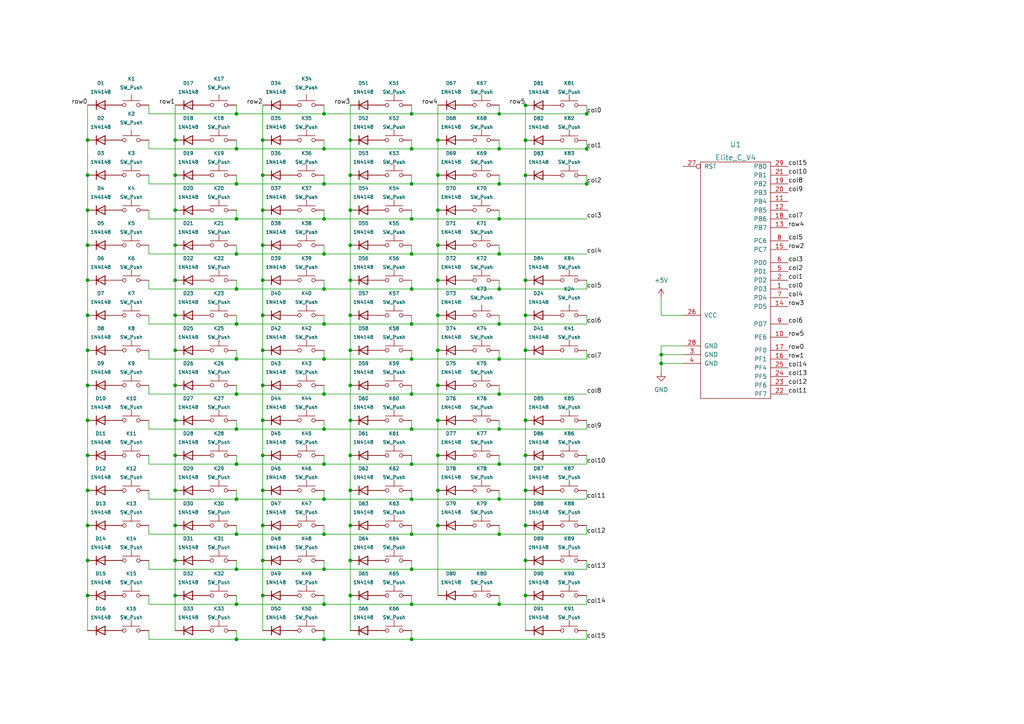
<source format=kicad_sch>
(kicad_sch (version 20211123) (generator eeschema)
  (paper "A4")
  (junction (at 101.6 101.6))
  (junction (at 127 132.08))
  (junction (at 68.58 33.02))
  (junction (at 93.98 134.62))
  (junction (at 76.2 132.08))
  (junction (at 127 91.44))
  (junction (at 76.2 71.12))
  (junction (at 144.78 63.5))
  (junction (at 93.98 154.94))
  (junction (at 68.58 73.66))
  (junction (at 25.4 152.4))
  (junction (at 93.98 93.98))
  (junction (at 25.4 91.44))
  (junction (at 68.58 175.26))
  (junction (at 127 60.96))
  (junction (at 119.38 185.42))
  (junction (at 76.2 162.56))
  (junction (at 93.98 33.02))
  (junction (at 76.2 50.8))
  (junction (at 76.2 81.28))
  (junction (at 101.6 132.08))
  (junction (at 119.38 175.26))
  (junction (at 152.4 30.5292))
  (junction (at 152.4 121.92))
  (junction (at 127 81.28))
  (junction (at 50.8 81.28))
  (junction (at 144.78 124.46))
  (junction (at 25.4 172.72))
  (junction (at 50.8 162.56))
  (junction (at 127 121.92))
  (junction (at 119.38 93.98))
  (junction (at 93.98 73.66))
  (junction (at 170.18 53.34))
  (junction (at 50.8 111.76))
  (junction (at 68.58 144.78))
  (junction (at 25.4 132.08))
  (junction (at 144.78 114.3))
  (junction (at 76.2 142.24))
  (junction (at 93.98 185.42))
  (junction (at 76.2 40.64))
  (junction (at 68.58 104.14))
  (junction (at 68.58 154.94))
  (junction (at 119.38 104.14))
  (junction (at 68.58 185.42))
  (junction (at 68.58 83.82))
  (junction (at 119.38 83.82))
  (junction (at 144.78 33.02))
  (junction (at 101.6 111.76))
  (junction (at 93.98 63.5))
  (junction (at 76.2 91.44))
  (junction (at 93.98 43.18))
  (junction (at 152.4 162.56))
  (junction (at 93.98 104.14))
  (junction (at 76.2 172.72))
  (junction (at 144.78 144.78))
  (junction (at 144.78 73.66))
  (junction (at 119.38 154.94))
  (junction (at 93.98 53.34))
  (junction (at 119.38 33.02))
  (junction (at 119.38 165.1))
  (junction (at 68.58 134.62))
  (junction (at 25.4 121.92))
  (junction (at 68.58 165.1))
  (junction (at 101.6 172.72))
  (junction (at 93.98 114.3))
  (junction (at 68.58 63.5))
  (junction (at 144.78 175.26))
  (junction (at 93.98 175.26))
  (junction (at 50.8 172.72))
  (junction (at 93.98 124.46))
  (junction (at 119.38 43.18))
  (junction (at 50.8 152.4))
  (junction (at 191.77 105.41))
  (junction (at 50.8 71.12))
  (junction (at 152.4 40.6892))
  (junction (at 144.78 93.98))
  (junction (at 50.8 101.6))
  (junction (at 68.58 43.18))
  (junction (at 101.6 81.28))
  (junction (at 50.8 50.8))
  (junction (at 152.4 172.72))
  (junction (at 50.8 40.64))
  (junction (at 152.4 132.08))
  (junction (at 68.58 124.46))
  (junction (at 152.4 81.28))
  (junction (at 25.4 40.64))
  (junction (at 101.6 162.56))
  (junction (at 50.8 132.08))
  (junction (at 127 142.24))
  (junction (at 50.8 121.92))
  (junction (at 25.4 142.24))
  (junction (at 25.4 81.28))
  (junction (at 25.4 101.6))
  (junction (at 152.4 91.44))
  (junction (at 127 50.8))
  (junction (at 119.38 144.78))
  (junction (at 127 111.76))
  (junction (at 93.98 165.1))
  (junction (at 144.78 134.62))
  (junction (at 68.58 53.34))
  (junction (at 50.8 91.44))
  (junction (at 76.2 60.96))
  (junction (at 25.4 71.12))
  (junction (at 101.6 142.24))
  (junction (at 25.4 50.8))
  (junction (at 191.77 102.87))
  (junction (at 119.38 63.5))
  (junction (at 170.18 33.02))
  (junction (at 144.78 43.18))
  (junction (at 68.58 114.3))
  (junction (at 101.6 60.96))
  (junction (at 93.98 144.78))
  (junction (at 170.18 43.18))
  (junction (at 50.8 142.24))
  (junction (at 127 152.4))
  (junction (at 25.4 111.76))
  (junction (at 127 101.6))
  (junction (at 101.6 91.44))
  (junction (at 93.98 83.82))
  (junction (at 119.38 73.66))
  (junction (at 144.78 154.94))
  (junction (at 119.38 134.62))
  (junction (at 76.2 101.6))
  (junction (at 25.4 162.56))
  (junction (at 68.58 93.98))
  (junction (at 152.4 142.24))
  (junction (at 101.6 152.4))
  (junction (at 101.6 40.64))
  (junction (at 152.4 152.4))
  (junction (at 50.8 60.96))
  (junction (at 152.4 50.8492))
  (junction (at 144.78 104.14))
  (junction (at 119.38 114.3))
  (junction (at 101.6 121.92))
  (junction (at 76.2 111.76))
  (junction (at 127 40.64))
  (junction (at 119.38 124.46))
  (junction (at 76.2 121.92))
  (junction (at 119.38 53.34))
  (junction (at 101.6 71.12))
  (junction (at 127 71.12))
  (junction (at 152.4 101.6))
  (junction (at 76.2 152.4))
  (junction (at 144.78 53.34))
  (junction (at 101.6 50.8))
  (junction (at 25.4 60.96))
  (junction (at 144.78 83.82))
  (wire (pts (xy 170.18 43.18) (xy 170.18 43.2292)))
  (wire (pts (xy 43.18 152.4) (xy 43.18 154.94)))
  (wire (pts (xy 119.38 132.08) (xy 119.38 134.62)))
  (wire (pts (xy 43.18 33.02) (xy 68.58 33.02)))
  (wire (pts (xy 144.78 154.94) (xy 170.18 154.94)))
  (wire (pts (xy 119.38 175.26) (xy 144.78 175.26)))
  (wire (pts (xy 76.2 40.64) (xy 76.2 50.8)))
  (wire (pts (xy 191.77 91.44) (xy 198.12 91.44)))
  (wire (pts (xy 43.18 154.94) (xy 68.58 154.94)))
  (wire (pts (xy 76.2 30.48) (xy 76.2 40.64)))
  (wire (pts (xy 93.98 101.6) (xy 93.98 104.14)))
  (wire (pts (xy 119.38 83.82) (xy 144.78 83.82)))
  (wire (pts (xy 170.18 114.3) (xy 170.18 114.3492)))
  (wire (pts (xy 93.98 63.5) (xy 119.38 63.5)))
  (wire (pts (xy 144.78 40.64) (xy 144.78 43.18)))
  (wire (pts (xy 68.58 121.92) (xy 68.58 124.46)))
  (wire (pts (xy 93.98 81.28) (xy 93.98 83.82)))
  (wire (pts (xy 68.58 104.14) (xy 93.98 104.14)))
  (wire (pts (xy 25.4 101.6) (xy 25.4 111.76)))
  (wire (pts (xy 119.38 144.78) (xy 144.78 144.78)))
  (wire (pts (xy 170.18 154.94) (xy 170.18 152.4)))
  (wire (pts (xy 50.8 162.56) (xy 50.8 172.72)))
  (wire (pts (xy 170.18 53.34) (xy 170.18 53.3892)))
  (wire (pts (xy 101.6 71.12) (xy 101.6 81.28)))
  (wire (pts (xy 68.58 43.18) (xy 93.98 43.18)))
  (wire (pts (xy 93.98 144.78) (xy 119.38 144.78)))
  (wire (pts (xy 144.78 93.98) (xy 170.18 93.98)))
  (wire (pts (xy 25.4 30.48) (xy 25.4 40.64)))
  (wire (pts (xy 170.18 162.56) (xy 170.18 165.1)))
  (wire (pts (xy 50.8 101.6) (xy 50.8 111.76)))
  (wire (pts (xy 144.78 73.66) (xy 170.18 73.66)))
  (wire (pts (xy 93.98 154.94) (xy 119.38 154.94)))
  (wire (pts (xy 144.78 53.34) (xy 170.18 53.34)))
  (wire (pts (xy 144.78 50.8) (xy 144.78 53.34)))
  (wire (pts (xy 43.18 43.18) (xy 68.58 43.18)))
  (wire (pts (xy 93.98 172.72) (xy 93.98 175.26)))
  (wire (pts (xy 119.38 71.12) (xy 119.38 73.66)))
  (wire (pts (xy 68.58 81.28) (xy 68.58 83.82)))
  (wire (pts (xy 43.18 60.96) (xy 43.18 63.5)))
  (wire (pts (xy 68.58 152.4) (xy 68.58 154.94)))
  (wire (pts (xy 50.8 50.8) (xy 50.8 60.96)))
  (wire (pts (xy 127 81.28) (xy 127 91.44)))
  (wire (pts (xy 119.38 154.94) (xy 144.78 154.94)))
  (wire (pts (xy 93.98 142.24) (xy 93.98 144.78)))
  (wire (pts (xy 43.18 134.62) (xy 68.58 134.62)))
  (wire (pts (xy 50.8 152.4) (xy 50.8 162.56)))
  (wire (pts (xy 170.18 144.78) (xy 170.18 142.24)))
  (wire (pts (xy 50.8 111.76) (xy 50.8 121.92)))
  (wire (pts (xy 43.18 101.6) (xy 43.18 104.14)))
  (wire (pts (xy 152.4 172.72) (xy 152.4 182.88)))
  (wire (pts (xy 127 91.44) (xy 127 101.6)))
  (wire (pts (xy 101.6 162.56) (xy 101.6 172.72)))
  (wire (pts (xy 68.58 83.82) (xy 93.98 83.82)))
  (wire (pts (xy 144.78 175.26) (xy 170.18 175.26)))
  (wire (pts (xy 50.8 71.12) (xy 50.8 81.28)))
  (wire (pts (xy 101.6 101.6) (xy 101.6 111.76)))
  (wire (pts (xy 76.2 60.96) (xy 76.2 71.12)))
  (wire (pts (xy 119.38 40.64) (xy 119.38 43.18)))
  (wire (pts (xy 119.38 124.46) (xy 144.78 124.46)))
  (wire (pts (xy 68.58 172.72) (xy 68.58 175.26)))
  (wire (pts (xy 170.18 30.5292) (xy 170.18 33.02)))
  (wire (pts (xy 68.58 53.34) (xy 93.98 53.34)))
  (wire (pts (xy 119.38 111.76) (xy 119.38 114.3)))
  (wire (pts (xy 25.4 142.24) (xy 25.4 152.4)))
  (wire (pts (xy 68.58 40.64) (xy 68.58 43.18)))
  (wire (pts (xy 68.58 132.08) (xy 68.58 134.62)))
  (wire (pts (xy 76.2 101.6) (xy 76.2 111.76)))
  (wire (pts (xy 50.8 121.92) (xy 50.8 132.08)))
  (wire (pts (xy 119.38 53.34) (xy 144.78 53.34)))
  (wire (pts (xy 76.2 81.28) (xy 76.2 91.44)))
  (wire (pts (xy 50.8 91.44) (xy 50.8 101.6)))
  (wire (pts (xy 119.38 73.66) (xy 144.78 73.66)))
  (wire (pts (xy 25.4 50.8) (xy 25.4 60.96)))
  (wire (pts (xy 119.38 152.4) (xy 119.38 154.94)))
  (wire (pts (xy 68.58 182.88) (xy 68.58 185.42)))
  (wire (pts (xy 93.98 93.98) (xy 119.38 93.98)))
  (wire (pts (xy 68.58 165.1) (xy 93.98 165.1)))
  (wire (pts (xy 76.2 121.92) (xy 76.2 132.08)))
  (wire (pts (xy 25.4 71.12) (xy 25.4 81.28)))
  (wire (pts (xy 50.8 81.28) (xy 50.8 91.44)))
  (wire (pts (xy 144.78 91.44) (xy 144.78 93.98)))
  (wire (pts (xy 101.6 152.4) (xy 101.6 162.56)))
  (wire (pts (xy 170.18 134.62) (xy 170.18 132.08)))
  (wire (pts (xy 127 142.24) (xy 127 152.4)))
  (wire (pts (xy 93.98 134.62) (xy 119.38 134.62)))
  (wire (pts (xy 170.18 104.14) (xy 170.18 101.6)))
  (wire (pts (xy 191.77 102.87) (xy 198.12 102.87)))
  (wire (pts (xy 76.2 132.08) (xy 76.2 142.24)))
  (wire (pts (xy 43.18 162.56) (xy 43.18 165.1)))
  (wire (pts (xy 127 71.12) (xy 127 81.28)))
  (wire (pts (xy 127 40.64) (xy 127 50.8)))
  (wire (pts (xy 170.18 50.8492) (xy 170.18 53.34)))
  (wire (pts (xy 43.18 111.76) (xy 43.18 114.3)))
  (wire (pts (xy 101.6 111.76) (xy 101.6 121.92)))
  (wire (pts (xy 127 121.92) (xy 127 132.08)))
  (wire (pts (xy 43.18 81.28) (xy 43.18 83.82)))
  (wire (pts (xy 93.98 185.42) (xy 119.38 185.42)))
  (wire (pts (xy 68.58 71.12) (xy 68.58 73.66)))
  (wire (pts (xy 93.98 30.48) (xy 93.98 33.02)))
  (wire (pts (xy 152.4 30.5292) (xy 152.4 40.6892)))
  (wire (pts (xy 119.38 91.44) (xy 119.38 93.98)))
  (wire (pts (xy 93.98 165.1) (xy 119.38 165.1)))
  (wire (pts (xy 25.4 132.08) (xy 25.4 142.24)))
  (wire (pts (xy 101.6 91.44) (xy 101.6 101.6)))
  (wire (pts (xy 144.78 111.76) (xy 144.78 114.3)))
  (wire (pts (xy 152.4 81.28) (xy 152.4 91.44)))
  (wire (pts (xy 25.4 162.56) (xy 25.4 172.72)))
  (wire (pts (xy 25.4 121.92) (xy 25.4 132.08)))
  (wire (pts (xy 170.18 83.82) (xy 170.18 81.28)))
  (wire (pts (xy 152.4 101.6) (xy 152.4 121.92)))
  (wire (pts (xy 119.38 121.92) (xy 119.38 124.46)))
  (wire (pts (xy 119.38 134.62) (xy 144.78 134.62)))
  (wire (pts (xy 93.98 53.34) (xy 119.38 53.34)))
  (wire (pts (xy 50.8 60.96) (xy 50.8 71.12)))
  (wire (pts (xy 76.2 172.72) (xy 76.2 182.88)))
  (wire (pts (xy 119.38 142.24) (xy 119.38 144.78)))
  (wire (pts (xy 119.38 172.72) (xy 119.38 175.26)))
  (wire (pts (xy 43.18 165.1) (xy 68.58 165.1)))
  (wire (pts (xy 43.18 104.14) (xy 68.58 104.14)))
  (wire (pts (xy 119.38 162.56) (xy 119.38 165.1)))
  (wire (pts (xy 152.4 50.8492) (xy 152.4 81.28)))
  (wire (pts (xy 93.98 83.82) (xy 119.38 83.82)))
  (wire (pts (xy 43.18 142.24) (xy 43.18 144.78)))
  (wire (pts (xy 76.2 142.24) (xy 76.2 152.4)))
  (wire (pts (xy 68.58 144.78) (xy 93.98 144.78)))
  (wire (pts (xy 127 60.96) (xy 127 71.12)))
  (wire (pts (xy 119.38 60.96) (xy 119.38 63.5)))
  (wire (pts (xy 93.98 91.44) (xy 93.98 93.98)))
  (wire (pts (xy 198.12 100.33) (xy 191.77 100.33)))
  (wire (pts (xy 25.4 111.76) (xy 25.4 121.92)))
  (wire (pts (xy 152.4 40.6892) (xy 152.4 50.8492)))
  (wire (pts (xy 144.78 83.82) (xy 170.18 83.82)))
  (wire (pts (xy 68.58 111.76) (xy 68.58 114.3)))
  (wire (pts (xy 43.18 50.8) (xy 43.18 53.34)))
  (wire (pts (xy 144.78 144.78) (xy 170.18 144.78)))
  (wire (pts (xy 68.58 154.94) (xy 93.98 154.94)))
  (wire (pts (xy 152.4 91.44) (xy 152.4 101.6)))
  (wire (pts (xy 93.98 73.66) (xy 119.38 73.66)))
  (wire (pts (xy 127 111.76) (xy 127 121.92)))
  (wire (pts (xy 191.77 105.41) (xy 198.12 105.41)))
  (wire (pts (xy 93.98 162.56) (xy 93.98 165.1)))
  (wire (pts (xy 170.18 63.5) (xy 170.18 63.5492)))
  (wire (pts (xy 119.38 182.88) (xy 119.38 185.42)))
  (wire (pts (xy 93.98 124.46) (xy 119.38 124.46)))
  (wire (pts (xy 170.18 73.66) (xy 170.18 73.7092)))
  (wire (pts (xy 144.78 43.18) (xy 170.18 43.18)))
  (wire (pts (xy 191.77 86.36) (xy 191.77 91.44)))
  (wire (pts (xy 43.18 121.92) (xy 43.18 124.46)))
  (wire (pts (xy 76.2 162.56) (xy 76.2 172.72)))
  (wire (pts (xy 76.2 152.4) (xy 76.2 162.56)))
  (wire (pts (xy 127 101.6) (xy 127 111.76)))
  (wire (pts (xy 68.58 185.42) (xy 93.98 185.42)))
  (wire (pts (xy 93.98 132.08) (xy 93.98 134.62)))
  (wire (pts (xy 127 50.8) (xy 127 60.96)))
  (wire (pts (xy 25.4 152.4) (xy 25.4 162.56)))
  (wire (pts (xy 68.58 91.44) (xy 68.58 93.98)))
  (wire (pts (xy 43.18 132.08) (xy 43.18 134.62)))
  (wire (pts (xy 191.77 102.87) (xy 191.77 105.41)))
  (wire (pts (xy 68.58 124.46) (xy 93.98 124.46)))
  (wire (pts (xy 68.58 101.6) (xy 68.58 104.14)))
  (wire (pts (xy 43.18 71.12) (xy 43.18 73.66)))
  (wire (pts (xy 93.98 33.02) (xy 119.38 33.02)))
  (wire (pts (xy 144.78 114.3) (xy 170.18 114.3)))
  (wire (pts (xy 43.18 172.72) (xy 43.18 175.26)))
  (wire (pts (xy 127 152.4) (xy 127 172.72)))
  (wire (pts (xy 152.4 162.56) (xy 152.4 172.72)))
  (wire (pts (xy 43.18 182.88) (xy 43.18 185.42)))
  (wire (pts (xy 43.18 185.42) (xy 68.58 185.42)))
  (wire (pts (xy 43.18 91.44) (xy 43.18 93.98)))
  (wire (pts (xy 119.38 50.8) (xy 119.38 53.34)))
  (wire (pts (xy 101.6 50.8) (xy 101.6 60.96)))
  (wire (pts (xy 50.8 132.08) (xy 50.8 142.24)))
  (wire (pts (xy 152.4 142.24) (xy 152.4 152.4)))
  (wire (pts (xy 43.18 30.48) (xy 43.18 33.02)))
  (wire (pts (xy 144.78 172.72) (xy 144.78 175.26)))
  (wire (pts (xy 50.8 172.72) (xy 50.8 182.88)))
  (wire (pts (xy 170.18 172.72) (xy 170.18 175.26)))
  (wire (pts (xy 170.18 93.98) (xy 170.18 91.44)))
  (wire (pts (xy 68.58 60.96) (xy 68.58 63.5)))
  (wire (pts (xy 93.98 121.92) (xy 93.98 124.46)))
  (wire (pts (xy 144.78 134.62) (xy 170.18 134.62)))
  (wire (pts (xy 144.78 104.14) (xy 170.18 104.14)))
  (wire (pts (xy 119.38 101.6) (xy 119.38 104.14)))
  (wire (pts (xy 68.58 73.66) (xy 93.98 73.66)))
  (wire (pts (xy 101.6 132.08) (xy 101.6 142.24)))
  (wire (pts (xy 93.98 50.8) (xy 93.98 53.34)))
  (wire (pts (xy 170.18 124.46) (xy 170.18 121.92)))
  (wire (pts (xy 127 132.08) (xy 127 142.24)))
  (wire (pts (xy 25.4 81.28) (xy 25.4 91.44)))
  (wire (pts (xy 101.6 142.24) (xy 101.6 152.4)))
  (wire (pts (xy 144.78 30.48) (xy 144.78 33.02)))
  (wire (pts (xy 68.58 33.02) (xy 93.98 33.02)))
  (wire (pts (xy 93.98 182.88) (xy 93.98 185.42)))
  (wire (pts (xy 119.38 165.1) (xy 170.18 165.1)))
  (wire (pts (xy 43.18 63.5) (xy 68.58 63.5)))
  (wire (pts (xy 50.8 30.48) (xy 50.8 40.64)))
  (wire (pts (xy 76.2 111.76) (xy 76.2 121.92)))
  (wire (pts (xy 144.78 124.46) (xy 170.18 124.46)))
  (wire (pts (xy 50.8 142.24) (xy 50.8 152.4)))
  (wire (pts (xy 152.4 152.4) (xy 152.4 162.56)))
  (wire (pts (xy 68.58 134.62) (xy 93.98 134.62)))
  (wire (pts (xy 93.98 152.4) (xy 93.98 154.94)))
  (wire (pts (xy 43.18 93.98) (xy 68.58 93.98)))
  (wire (pts (xy 144.78 121.92) (xy 144.78 124.46)))
  (wire (pts (xy 144.78 60.96) (xy 144.78 63.5)))
  (wire (pts (xy 25.4 91.44) (xy 25.4 101.6)))
  (wire (pts (xy 119.38 43.18) (xy 144.78 43.18)))
  (wire (pts (xy 144.78 142.24) (xy 144.78 144.78)))
  (wire (pts (xy 191.77 100.33) (xy 191.77 102.87)))
  (wire (pts (xy 43.18 114.3) (xy 68.58 114.3)))
  (wire (pts (xy 144.78 101.6) (xy 144.78 104.14)))
  (wire (pts (xy 144.78 152.4) (xy 144.78 154.94)))
  (wire (pts (xy 68.58 175.26) (xy 93.98 175.26)))
  (wire (pts (xy 68.58 30.48) (xy 68.58 33.02)))
  (wire (pts (xy 144.78 63.5) (xy 170.18 63.5)))
  (wire (pts (xy 119.38 104.14) (xy 144.78 104.14)))
  (wire (pts (xy 127 30.48) (xy 127 40.64)))
  (wire (pts (xy 93.98 60.96) (xy 93.98 63.5)))
  (wire (pts (xy 43.18 83.82) (xy 68.58 83.82)))
  (wire (pts (xy 119.38 93.98) (xy 144.78 93.98)))
  (wire (pts (xy 93.98 104.14) (xy 119.38 104.14)))
  (wire (pts (xy 93.98 71.12) (xy 93.98 73.66)))
  (wire (pts (xy 191.77 105.41) (xy 191.77 107.95)))
  (wire (pts (xy 68.58 50.8) (xy 68.58 53.34)))
  (wire (pts (xy 68.58 142.24) (xy 68.58 144.78)))
  (wire (pts (xy 119.38 81.28) (xy 119.38 83.82)))
  (wire (pts (xy 101.6 60.96) (xy 101.6 71.12)))
  (wire (pts (xy 68.58 93.98) (xy 93.98 93.98)))
  (wire (pts (xy 101.6 30.48) (xy 101.6 40.64)))
  (wire (pts (xy 43.18 73.66) (xy 68.58 73.66)))
  (wire (pts (xy 152.4 121.92) (xy 152.4 132.08)))
  (wire (pts (xy 144.78 132.08) (xy 144.78 134.62)))
  (wire (pts (xy 50.8 40.64) (xy 50.8 50.8)))
  (wire (pts (xy 152.4 30.48) (xy 152.4 30.5292)))
  (wire (pts (xy 76.2 71.12) (xy 76.2 81.28)))
  (wire (pts (xy 119.38 30.48) (xy 119.38 33.02)))
  (wire (pts (xy 170.18 182.88) (xy 170.18 185.42)))
  (wire (pts (xy 93.98 114.3) (xy 119.38 114.3)))
  (wire (pts (xy 93.98 43.18) (xy 119.38 43.18)))
  (wire (pts (xy 101.6 40.64) (xy 101.6 50.8)))
  (wire (pts (xy 170.18 33.02) (xy 170.18 33.0692)))
  (wire (pts (xy 43.18 144.78) (xy 68.58 144.78)))
  (wire (pts (xy 43.18 175.26) (xy 68.58 175.26)))
  (wire (pts (xy 68.58 114.3) (xy 93.98 114.3)))
  (wire (pts (xy 119.38 185.42) (xy 170.18 185.42)))
  (wire (pts (xy 68.58 63.5) (xy 93.98 63.5)))
  (wire (pts (xy 25.4 40.64) (xy 25.4 50.8)))
  (wire (pts (xy 93.98 40.64) (xy 93.98 43.18)))
  (wire (pts (xy 25.4 60.96) (xy 25.4 71.12)))
  (wire (pts (xy 144.78 81.28) (xy 144.78 83.82)))
  (wire (pts (xy 25.4 172.72) (xy 25.4 182.88)))
  (wire (pts (xy 101.6 172.72) (xy 101.6 182.88)))
  (wire (pts (xy 76.2 91.44) (xy 76.2 101.6)))
  (wire (pts (xy 43.18 53.34) (xy 68.58 53.34)))
  (wire (pts (xy 119.38 63.5) (xy 144.78 63.5)))
  (wire (pts (xy 152.4 132.08) (xy 152.4 142.24)))
  (wire (pts (xy 43.18 124.46) (xy 68.58 124.46)))
  (wire (pts (xy 170.18 40.6892) (xy 170.18 43.18)))
  (wire (pts (xy 101.6 121.92) (xy 101.6 132.08)))
  (wire (pts (xy 119.38 33.02) (xy 144.78 33.02)))
  (wire (pts (xy 93.98 175.26) (xy 119.38 175.26)))
  (wire (pts (xy 43.18 40.64) (xy 43.18 43.18)))
  (wire (pts (xy 68.58 162.56) (xy 68.58 165.1)))
  (wire (pts (xy 101.6 81.28) (xy 101.6 91.44)))
  (wire (pts (xy 144.78 71.12) (xy 144.78 73.66)))
  (wire (pts (xy 76.2 50.8) (xy 76.2 60.96)))
  (wire (pts (xy 144.78 33.02) (xy 170.18 33.02)))
  (wire (pts (xy 93.98 111.76) (xy 93.98 114.3)))
  (wire (pts (xy 119.38 114.3) (xy 144.78 114.3)))
  (label "row1" (at 228.6 104.14 0))
  (label "col5" (at 228.6 69.85 0))
  (label "col10" (at 170.18 134.62 0))
  (label "row4" (at 228.6 66.04 0))
  (label "col4" (at 228.6 86.36 0))
  (label "col3" (at 170.18 63.5 0))
  (label "col13" (at 170.18 165.1 0))
  (label "col7" (at 228.6 63.5 0))
  (label "col0" (at 228.6 83.82 0))
  (label "col14" (at 228.6 106.68 0))
  (label "col7" (at 170.18 104.14 0))
  (label "row0" (at 25.4 30.48 180))
  (label "row0" (at 228.6 101.6 0))
  (label "col6" (at 228.6 93.98 0))
  (label "col9" (at 228.6 55.88 0))
  (label "row5" (at 228.6 97.79 0))
  (label "col3" (at 228.6 76.2 0))
  (label "col12" (at 228.6 111.76 0))
  (label "row2" (at 76.2 30.48 180))
  (label "row3" (at 101.6 30.48 180))
  (label "col1" (at 170.18 43.18 0))
  (label "col8" (at 228.6 53.34 0))
  (label "col4" (at 170.18 73.7092 0))
  (label "col11" (at 170.18 144.78 0))
  (label "col10" (at 228.6 50.8 0))
  (label "col9" (at 170.18 124.46 0))
  (label "row4" (at 127 30.48 180))
  (label "col8" (at 170.18 114.3492 0))
  (label "col14" (at 170.18 175.26 0))
  (label "col11" (at 228.6 114.3 0))
  (label "col2" (at 170.18 53.34 0))
  (label "col2" (at 228.6 78.74 0))
  (label "row5" (at 152.4 30.48 180))
  (label "col6" (at 170.18 93.98 0))
  (label "col13" (at 228.6 109.22 0))
  (label "col5" (at 170.18 83.82 0))
  (label "row2" (at 228.6 72.39 0))
  (label "col12" (at 170.18 154.94 0))
  (label "col0" (at 170.18 33.02 0))
  (label "row3" (at 228.6 88.9 0))
  (label "col1" (at 228.6 81.28 0))
  (label "col15" (at 170.18 185.42 0))
  (label "row1" (at 50.8 30.48 180))
  (label "col15" (at 228.6 48.26 0))
  (symbol (lib_id "Diode:1N4148") (at 80.01 101.6 0) (unit 1)
    (property "Reference" "D42" (at 80.01 95.25 0) (effects (font (size 1 1))))
    (property "Value" "1N4148" (at 80.01 97.79 0) (effects (font (size 1 1))))
    (property "Footprint" "keebs:D_SOD123_noSM_v1.0" (effects hide))
    (property "Datasheet" "https://assets.nexperia.com/documents/data-sheet/1N4148_1N4448.pdf" (effects hide))
  )
  (symbol (lib_id "fletcher_keebs:SW_Push") (at 165.1 162.56 0) (unit 1)
    (property "Reference" "K89" (at 165.1 156.21 0) (effects (font (size 1 1))))
    (property "Value" "SW_Push" (at 165.1 158.75 0) (effects (font (size 1 1))))
    (property "Footprint" "keebs:Mx_ONLY_100" (effects hide))
  )
  (symbol (lib_id "Diode:1N4148") (at 105.41 142.24 0) (unit 1)
    (property "Reference" "D62" (at 105.41 135.89 0) (effects (font (size 1 1))))
    (property "Value" "1N4148" (at 105.41 138.43 0) (effects (font (size 1 1))))
    (property "Footprint" "keebs:D_SOD123_noSM_v1.0" (effects hide))
    (property "Datasheet" "https://assets.nexperia.com/documents/data-sheet/1N4148_1N4448.pdf" (effects hide))
  )
  (symbol (lib_id "fletcher_keebs:SW_Push") (at 139.7 81.28 0) (unit 1)
    (property "Reference" "K72" (at 139.7 74.93 0) (effects (font (size 1 1))))
    (property "Value" "SW_Push" (at 139.7 77.47 0) (effects (font (size 1 1))))
    (property "Footprint" "keebs:Mx_ONLY_100" (effects hide))
  )
  (symbol (lib_id "fletcher_keebs:SW_Push") (at 165.1 121.92 0) (unit 1)
    (property "Reference" "K85" (at 165.1 115.57 0) (effects (font (size 1 1))))
    (property "Value" "SW_Push" (at 165.1 118.11 0) (effects (font (size 1 1))))
    (property "Footprint" "keebs:Mx_ONLY_100" (effects hide))
  )
  (symbol (lib_id "Diode:1N4148") (at 156.21 40.6892 0) (unit 1)
    (property "Reference" "D82" (at 156.21 34.3392 0) (effects (font (size 1 1))))
    (property "Value" "1N4148" (at 156.21 36.8792 0) (effects (font (size 1 1))))
    (property "Footprint" "keebs:D_SOD123_noSM_v1.0" (effects hide))
    (property "Datasheet" "https://assets.nexperia.com/documents/data-sheet/1N4148_1N4448.pdf" (effects hide))
  )
  (symbol (lib_id "Diode:1N4148") (at 54.61 30.48 0) (unit 1)
    (property "Reference" "D17" (at 54.61 24.13 0) (effects (font (size 1 1))))
    (property "Value" "1N4148" (at 54.61 26.67 0) (effects (font (size 1 1))))
    (property "Footprint" "keebs:D_SOD123_noSM_v1.0" (effects hide))
    (property "Datasheet" "https://assets.nexperia.com/documents/data-sheet/1N4148_1N4448.pdf" (effects hide))
  )
  (symbol (lib_id "fletcher_keebs:SW_Push") (at 114.3 111.76 0) (unit 1)
    (property "Reference" "K59" (at 114.3 105.41 0) (effects (font (size 1 1))))
    (property "Value" "SW_Push" (at 114.3 107.95 0) (effects (font (size 1 1))))
    (property "Footprint" "keebs:Mx_ONLY_100" (effects hide))
  )
  (symbol (lib_id "Diode:1N4148") (at 80.01 71.12 0) (unit 1)
    (property "Reference" "D38" (at 80.01 64.77 0) (effects (font (size 1 1))))
    (property "Value" "1N4148" (at 80.01 67.31 0) (effects (font (size 1 1))))
    (property "Footprint" "keebs:D_SOD123_noSM_v1.0" (effects hide))
    (property "Datasheet" "https://assets.nexperia.com/documents/data-sheet/1N4148_1N4448.pdf" (effects hide))
  )
  (symbol (lib_id "Diode:1N4148") (at 80.01 50.8 0) (unit 1)
    (property "Reference" "D36" (at 80.01 44.45 0) (effects (font (size 1 1))))
    (property "Value" "1N4148" (at 80.01 46.99 0) (effects (font (size 1 1))))
    (property "Footprint" "keebs:D_SOD123_noSM_v1.0" (effects hide))
    (property "Datasheet" "https://assets.nexperia.com/documents/data-sheet/1N4148_1N4448.pdf" (effects hide))
  )
  (symbol (lib_id "Diode:1N4148") (at 130.81 172.72 0) (unit 1)
    (property "Reference" "D80" (at 130.81 166.37 0) (effects (font (size 1 1))))
    (property "Value" "1N4148" (at 130.81 168.91 0) (effects (font (size 1 1))))
    (property "Footprint" "keebs:D_SOD123_noSM_v1.0" (effects hide))
    (property "Datasheet" "https://assets.nexperia.com/documents/data-sheet/1N4148_1N4448.pdf" (effects hide))
  )
  (symbol (lib_id "fletcher_keebs:SW_Push") (at 114.3 50.8 0) (unit 1)
    (property "Reference" "K53" (at 114.3 44.45 0) (effects (font (size 1 1))))
    (property "Value" "SW_Push" (at 114.3 46.99 0) (effects (font (size 1 1))))
    (property "Footprint" "keebs:Mx_ONLY_100" (effects hide))
  )
  (symbol (lib_id "Diode:1N4148") (at 130.81 121.92 0) (unit 1)
    (property "Reference" "D76" (at 130.81 115.57 0) (effects (font (size 1 1))))
    (property "Value" "1N4148" (at 130.81 118.11 0) (effects (font (size 1 1))))
    (property "Footprint" "keebs:D_SOD123_noSM_v1.0" (effects hide))
    (property "Datasheet" "https://assets.nexperia.com/documents/data-sheet/1N4148_1N4448.pdf" (effects hide))
  )
  (symbol (lib_id "fletcher_keebs:SW_Push") (at 88.9 81.28 0) (unit 1)
    (property "Reference" "K39" (at 88.9 74.93 0) (effects (font (size 1 1))))
    (property "Value" "SW_Push" (at 88.9 77.47 0) (effects (font (size 1 1))))
    (property "Footprint" "keebs:Mx_ONLY_100" (effects hide))
  )
  (symbol (lib_id "Diode:1N4148") (at 80.01 111.76 0) (unit 1)
    (property "Reference" "D43" (at 80.01 105.41 0) (effects (font (size 1 1))))
    (property "Value" "1N4148" (at 80.01 107.95 0) (effects (font (size 1 1))))
    (property "Footprint" "keebs:D_SOD123_noSM_v1.0" (effects hide))
    (property "Datasheet" "https://assets.nexperia.com/documents/data-sheet/1N4148_1N4448.pdf" (effects hide))
  )
  (symbol (lib_id "Diode:1N4148") (at 105.41 40.64 0) (unit 1)
    (property "Reference" "D52" (at 105.41 34.29 0) (effects (font (size 1 1))))
    (property "Value" "1N4148" (at 105.41 36.83 0) (effects (font (size 1 1))))
    (property "Footprint" "keebs:D_SOD123_noSM_v1.0" (effects hide))
    (property "Datasheet" "https://assets.nexperia.com/documents/data-sheet/1N4148_1N4448.pdf" (effects hide))
  )
  (symbol (lib_id "fletcher_keebs:SW_Push") (at 38.1 132.08 0) (unit 1)
    (property "Reference" "K11" (at 38.1 125.73 0) (effects (font (size 1 1))))
    (property "Value" "SW_Push" (at 38.1 128.27 0) (effects (font (size 1 1))))
    (property "Footprint" "keebs:Mx_ONLY_100" (effects hide))
  )
  (symbol (lib_id "Diode:1N4148") (at 80.01 142.24 0) (unit 1)
    (property "Reference" "D46" (at 80.01 135.89 0) (effects (font (size 1 1))))
    (property "Value" "1N4148" (at 80.01 138.43 0) (effects (font (size 1 1))))
    (property "Footprint" "keebs:D_SOD123_noSM_v1.0" (effects hide))
    (property "Datasheet" "https://assets.nexperia.com/documents/data-sheet/1N4148_1N4448.pdf" (effects hide))
  )
  (symbol (lib_id "fletcher_keebs:SW_Push") (at 88.9 60.96 0) (unit 1)
    (property "Reference" "K37" (at 88.9 54.61 0) (effects (font (size 1 1))))
    (property "Value" "SW_Push" (at 88.9 57.15 0) (effects (font (size 1 1))))
    (property "Footprint" "keebs:Mx_ONLY_100" (effects hide))
  )
  (symbol (lib_id "Diode:1N4148") (at 29.21 142.24 0) (unit 1)
    (property "Reference" "D12" (at 29.21 135.89 0) (effects (font (size 1 1))))
    (property "Value" "1N4148" (at 29.21 138.43 0) (effects (font (size 1 1))))
    (property "Footprint" "keebs:D_SOD123_noSM_v1.0" (effects hide))
    (property "Datasheet" "https://assets.nexperia.com/documents/data-sheet/1N4148_1N4448.pdf" (effects hide))
  )
  (symbol (lib_id "Diode:1N4148") (at 54.61 101.6 0) (unit 1)
    (property "Reference" "D25" (at 54.61 95.25 0) (effects (font (size 1 1))))
    (property "Value" "1N4148" (at 54.61 97.79 0) (effects (font (size 1 1))))
    (property "Footprint" "keebs:D_SOD123_noSM_v1.0" (effects hide))
    (property "Datasheet" "https://assets.nexperia.com/documents/data-sheet/1N4148_1N4448.pdf" (effects hide))
  )
  (symbol (lib_id "Diode:1N4148") (at 80.01 182.88 0) (unit 1)
    (property "Reference" "D50" (at 80.01 176.53 0) (effects (font (size 1 1))))
    (property "Value" "1N4148" (at 80.01 179.07 0) (effects (font (size 1 1))))
    (property "Footprint" "keebs:D_SOD123_noSM_v1.0" (effects hide))
    (property "Datasheet" "https://assets.nexperia.com/documents/data-sheet/1N4148_1N4448.pdf" (effects hide))
  )
  (symbol (lib_id "Diode:1N4148") (at 105.41 132.08 0) (unit 1)
    (property "Reference" "D61" (at 105.41 125.73 0) (effects (font (size 1 1))))
    (property "Value" "1N4148" (at 105.41 128.27 0) (effects (font (size 1 1))))
    (property "Footprint" "keebs:D_SOD123_noSM_v1.0" (effects hide))
    (property "Datasheet" "https://assets.nexperia.com/documents/data-sheet/1N4148_1N4448.pdf" (effects hide))
  )
  (symbol (lib_id "fletcher_keebs:SW_Push") (at 38.1 182.88 0) (unit 1)
    (property "Reference" "K16" (at 38.1 176.53 0) (effects (font (size 1 1))))
    (property "Value" "SW_Push" (at 38.1 179.07 0) (effects (font (size 1 1))))
    (property "Footprint" "keebs:Mx_ONLY_100" (effects hide))
  )
  (symbol (lib_id "Diode:1N4148") (at 54.61 50.8 0) (unit 1)
    (property "Reference" "D19" (at 54.61 44.45 0) (effects (font (size 1 1))))
    (property "Value" "1N4148" (at 54.61 46.99 0) (effects (font (size 1 1))))
    (property "Footprint" "keebs:D_SOD123_noSM_v1.0" (effects hide))
    (property "Datasheet" "https://assets.nexperia.com/documents/data-sheet/1N4148_1N4448.pdf" (effects hide))
  )
  (symbol (lib_id "fletcher_keebs:SW_Push") (at 139.7 142.24 0) (unit 1)
    (property "Reference" "K78" (at 139.7 135.89 0) (effects (font (size 1 1))))
    (property "Value" "SW_Push" (at 139.7 138.43 0) (effects (font (size 1 1))))
    (property "Footprint" "keebs:Mx_ONLY_100" (effects hide))
  )
  (symbol (lib_id "Diode:1N4148") (at 29.21 121.92 0) (unit 1)
    (property "Reference" "D10" (at 29.21 115.57 0) (effects (font (size 1 1))))
    (property "Value" "1N4148" (at 29.21 118.11 0) (effects (font (size 1 1))))
    (property "Footprint" "keebs:D_SOD123_noSM_v1.0" (effects hide))
    (property "Datasheet" "https://assets.nexperia.com/documents/data-sheet/1N4148_1N4448.pdf" (effects hide))
  )
  (symbol (lib_id "fletcher_keebs:SW_Push") (at 63.5 172.72 0) (unit 1)
    (property "Reference" "K32" (at 63.5 166.37 0) (effects (font (size 1 1))))
    (property "Value" "SW_Push" (at 63.5 168.91 0) (effects (font (size 1 1))))
    (property "Footprint" "keebs:Mx_ONLY_100" (effects hide))
  )
  (symbol (lib_id "Diode:1N4148") (at 29.21 40.64 0) (unit 1)
    (property "Reference" "D2" (at 29.21 34.29 0) (effects (font (size 1 1))))
    (property "Value" "1N4148" (at 29.21 36.83 0) (effects (font (size 1 1))))
    (property "Footprint" "keebs:D_SOD123_noSM_v1.0" (effects hide))
    (property "Datasheet" "https://assets.nexperia.com/documents/data-sheet/1N4148_1N4448.pdf" (effects hide))
  )
  (symbol (lib_id "fletcher_keebs:SW_Push") (at 88.9 111.76 0) (unit 1)
    (property "Reference" "K43" (at 88.9 105.41 0) (effects (font (size 1 1))))
    (property "Value" "SW_Push" (at 88.9 107.95 0) (effects (font (size 1 1))))
    (property "Footprint" "keebs:Mx_ONLY_100" (effects hide))
  )
  (symbol (lib_id "fletcher_keebs:SW_Push") (at 114.3 91.44 0) (unit 1)
    (property "Reference" "K57" (at 114.3 85.09 0) (effects (font (size 1 1))))
    (property "Value" "SW_Push" (at 114.3 87.63 0) (effects (font (size 1 1))))
    (property "Footprint" "keebs:Mx_ONLY_100" (effects hide))
  )
  (symbol (lib_id "fletcher_keebs:SW_Push") (at 88.9 71.12 0) (unit 1)
    (property "Reference" "K38" (at 88.9 64.77 0) (effects (font (size 1 1))))
    (property "Value" "SW_Push" (at 88.9 67.31 0) (effects (font (size 1 1))))
    (property "Footprint" "keebs:Mx_ONLY_100" (effects hide))
  )
  (symbol (lib_id "Diode:1N4148") (at 156.21 91.44 0) (unit 1)
    (property "Reference" "D24" (at 156.21 85.09 0) (effects (font (size 1 1))))
    (property "Value" "1N4148" (at 156.21 87.63 0) (effects (font (size 1 1))))
    (property "Footprint" "keebs:D_SOD123_noSM_v1.0" (effects hide))
    (property "Datasheet" "https://assets.nexperia.com/documents/data-sheet/1N4148_1N4448.pdf" (effects hide))
  )
  (symbol (lib_id "Diode:1N4148") (at 156.21 142.24 0) (unit 1)
    (property "Reference" "D87" (at 156.21 135.89 0) (effects (font (size 1 1))))
    (property "Value" "1N4148" (at 156.21 138.43 0) (effects (font (size 1 1))))
    (property "Footprint" "keebs:D_SOD123_noSM_v1.0" (effects hide))
    (property "Datasheet" "https://assets.nexperia.com/documents/data-sheet/1N4148_1N4448.pdf" (effects hide))
  )
  (symbol (lib_id "fletcher_keebs:SW_Push") (at 165.1 40.6892 0) (unit 1)
    (property "Reference" "K82" (at 165.1 34.29 0) (effects (font (size 1 1))))
    (property "Value" "SW_Push" (at 165.1 36.83 0) (effects (font (size 1 1))))
    (property "Footprint" "keebs:Mx_ONLY_100" (effects hide))
  )
  (symbol (lib_id "fletcher_keebs:SW_Push") (at 38.1 142.24 0) (unit 1)
    (property "Reference" "K12" (at 38.1 135.89 0) (effects (font (size 1 1))))
    (property "Value" "SW_Push" (at 38.1 138.43 0) (effects (font (size 1 1))))
    (property "Footprint" "keebs:Mx_ONLY_100" (effects hide))
  )
  (symbol (lib_id "fletcher_keebs:SW_Push") (at 63.5 91.44 0) (unit 1)
    (property "Reference" "K23" (at 63.5 85.09 0) (effects (font (size 1 1))))
    (property "Value" "SW_Push" (at 63.5 87.63 0) (effects (font (size 1 1))))
    (property "Footprint" "keebs:Mx_ONLY_100" (effects hide))
  )
  (symbol (lib_id "fletcher_keebs:SW_Push") (at 38.1 71.12 0) (unit 1)
    (property "Reference" "K5" (at 38.1 64.77 0) (effects (font (size 1 1))))
    (property "Value" "SW_Push" (at 38.1 67.31 0) (effects (font (size 1 1))))
    (property "Footprint" "keebs:Mx_ONLY_100" (effects hide))
  )
  (symbol (lib_id "fletcher_keebs:SW_Push") (at 88.9 172.72 0) (unit 1)
    (property "Reference" "K49" (at 88.9 166.37 0) (effects (font (size 1 1))))
    (property "Value" "SW_Push" (at 88.9 168.91 0) (effects (font (size 1 1))))
    (property "Footprint" "keebs:Mx_ONLY_100" (effects hide))
  )
  (symbol (lib_id "Diode:1N4148") (at 29.21 182.88 0) (unit 1)
    (property "Reference" "D16" (at 29.21 176.53 0) (effects (font (size 1 1))))
    (property "Value" "1N4148" (at 29.21 179.07 0) (effects (font (size 1 1))))
    (property "Footprint" "keebs:D_SOD123_noSM_v1.0" (effects hide))
    (property "Datasheet" "https://assets.nexperia.com/documents/data-sheet/1N4148_1N4448.pdf" (effects hide))
  )
  (symbol (lib_id "fletcher_keebs:SW_Push") (at 88.9 152.4 0) (unit 1)
    (property "Reference" "K47" (at 88.9 146.05 0) (effects (font (size 1 1))))
    (property "Value" "SW_Push" (at 88.9 148.59 0) (effects (font (size 1 1))))
    (property "Footprint" "keebs:Mx_ONLY_100" (effects hide))
  )
  (symbol (lib_id "fletcher_keebs:SW_Push") (at 114.3 30.48 0) (unit 1)
    (property "Reference" "K51" (at 114.3 24.13 0) (effects (font (size 1 1))))
    (property "Value" "SW_Push" (at 114.3 26.67 0) (effects (font (size 1 1))))
    (property "Footprint" "keebs:Mx_ONLY_100" (effects hide))
  )
  (symbol (lib_id "fletcher_keebs:SW_Push") (at 165.1 182.88 0) (unit 1)
    (property "Reference" "K91" (at 165.1 176.53 0) (effects (font (size 1 1))))
    (property "Value" "SW_Push" (at 165.1 179.07 0) (effects (font (size 1 1))))
    (property "Footprint" "keebs:Mx_ONLY_100" (effects hide))
  )
  (symbol (lib_id "fletcher_keebs:SW_Push") (at 88.9 121.92 0) (unit 1)
    (property "Reference" "K44" (at 88.9 115.57 0) (effects (font (size 1 1))))
    (property "Value" "SW_Push" (at 88.9 118.11 0) (effects (font (size 1 1))))
    (property "Footprint" "keebs:Mx_ONLY_100" (effects hide))
  )
  (symbol (lib_id "Diode:1N4148") (at 130.81 60.96 0) (unit 1)
    (property "Reference" "D70" (at 130.81 54.61 0) (effects (font (size 1 1))))
    (property "Value" "1N4148" (at 130.81 57.15 0) (effects (font (size 1 1))))
    (property "Footprint" "keebs:D_SOD123_noSM_v1.0" (effects hide))
    (property "Datasheet" "https://assets.nexperia.com/documents/data-sheet/1N4148_1N4448.pdf" (effects hide))
  )
  (symbol (lib_id "Diode:1N4148") (at 54.61 91.44 0) (unit 1)
    (property "Reference" "D23" (at 54.61 85.09 0) (effects (font (size 1 1))))
    (property "Value" "1N4148" (at 54.61 87.63 0) (effects (font (size 1 1))))
    (property "Footprint" "keebs:D_SOD123_noSM_v1.0" (effects hide))
    (property "Datasheet" "https://assets.nexperia.com/documents/data-sheet/1N4148_1N4448.pdf" (effects hide))
  )
  (symbol (lib_id "Diode:1N4148") (at 105.41 182.88 0) (unit 1)
    (property "Reference" "D66" (at 105.41 176.53 0) (effects (font (size 1 1))))
    (property "Value" "1N4148" (at 105.41 179.07 0) (effects (font (size 1 1))))
    (property "Footprint" "keebs:D_SOD123_noSM_v1.0" (effects hide))
    (property "Datasheet" "https://assets.nexperia.com/documents/data-sheet/1N4148_1N4448.pdf" (effects hide))
  )
  (symbol (lib_id "fletcher_keebs:SW_Push") (at 139.7 172.72 0) (unit 1)
    (property "Reference" "K80" (at 139.7 166.37 0) (effects (font (size 1 1))))
    (property "Value" "SW_Push" (at 139.7 168.91 0) (effects (font (size 1 1))))
    (property "Footprint" "keebs:Mx_ONLY_100" (effects hide))
  )
  (symbol (lib_id "Diode:1N4148") (at 130.81 50.8 0) (unit 1)
    (property "Reference" "D69" (at 130.81 44.45 0) (effects (font (size 1 1))))
    (property "Value" "1N4148" (at 130.81 46.99 0) (effects (font (size 1 1))))
    (property "Footprint" "keebs:D_SOD123_noSM_v1.0" (effects hide))
    (property "Datasheet" "https://assets.nexperia.com/documents/data-sheet/1N4148_1N4448.pdf" (effects hide))
  )
  (symbol (lib_id "fletcher_keebs:SW_Push") (at 38.1 101.6 0) (unit 1)
    (property "Reference" "K8" (at 38.1 95.25 0) (effects (font (size 1 1))))
    (property "Value" "SW_Push" (at 38.1 97.79 0) (effects (font (size 1 1))))
    (property "Footprint" "keebs:Mx_ONLY_100" (effects hide))
  )
  (symbol (lib_id "Diode:1N4148") (at 54.61 162.56 0) (unit 1)
    (property "Reference" "D31" (at 54.61 156.21 0) (effects (font (size 1 1))))
    (property "Value" "1N4148" (at 54.61 158.75 0) (effects (font (size 1 1))))
    (property "Footprint" "keebs:D_SOD123_noSM_v1.0" (effects hide))
    (property "Datasheet" "https://assets.nexperia.com/documents/data-sheet/1N4148_1N4448.pdf" (effects hide))
  )
  (symbol (lib_id "fletcher_keebs:SW_Push") (at 165.1 142.24 0) (unit 1)
    (property "Reference" "K87" (at 165.1 135.89 0) (effects (font (size 1 1))))
    (property "Value" "SW_Push" (at 165.1 138.43 0) (effects (font (size 1 1))))
    (property "Footprint" "keebs:Mx_ONLY_100" (effects hide))
  )
  (symbol (lib_id "Diode:1N4148") (at 105.41 60.96 0) (unit 1)
    (property "Reference" "D54" (at 105.41 54.61 0) (effects (font (size 1 1))))
    (property "Value" "1N4148" (at 105.41 57.15 0) (effects (font (size 1 1))))
    (property "Footprint" "keebs:D_SOD123_noSM_v1.0" (effects hide))
    (property "Datasheet" "https://assets.nexperia.com/documents/data-sheet/1N4148_1N4448.pdf" (effects hide))
  )
  (symbol (lib_id "Diode:1N4148") (at 54.61 81.28 0) (unit 1)
    (property "Reference" "D22" (at 54.61 74.93 0) (effects (font (size 1 1))))
    (property "Value" "1N4148" (at 54.61 77.47 0) (effects (font (size 1 1))))
    (property "Footprint" "keebs:D_SOD123_noSM_v1.0" (effects hide))
    (property "Datasheet" "https://assets.nexperia.com/documents/data-sheet/1N4148_1N4448.pdf" (effects hide))
  )
  (symbol (lib_id "fletcher_keebs:SW_Push") (at 63.5 132.08 0) (unit 1)
    (property "Reference" "K28" (at 63.5 125.73 0) (effects (font (size 1 1))))
    (property "Value" "SW_Push" (at 63.5 128.27 0) (effects (font (size 1 1))))
    (property "Footprint" "keebs:Mx_ONLY_100" (effects hide))
  )
  (symbol (lib_id "Diode:1N4148") (at 29.21 30.48 0) (unit 1)
    (property "Reference" "D1" (at 29.21 24.13 0) (effects (font (size 1 1))))
    (property "Value" "1N4148" (at 29.21 26.67 0) (effects (font (size 1 1))))
    (property "Footprint" "keebs:D_SOD123_noSM_v1.0" (effects hide))
    (property "Datasheet" "https://assets.nexperia.com/documents/data-sheet/1N4148_1N4448.pdf" (effects hide))
  )
  (symbol (lib_id "Diode:1N4148") (at 54.61 111.76 0) (unit 1)
    (property "Reference" "D26" (at 54.61 105.41 0) (effects (font (size 1 1))))
    (property "Value" "1N4148" (at 54.61 107.95 0) (effects (font (size 1 1))))
    (property "Footprint" "keebs:D_SOD123_noSM_v1.0" (effects hide))
    (property "Datasheet" "https://assets.nexperia.com/documents/data-sheet/1N4148_1N4448.pdf" (effects hide))
  )
  (symbol (lib_id "fletcher_keebs:SW_Push") (at 139.7 71.12 0) (unit 1)
    (property "Reference" "K71" (at 139.7 64.77 0) (effects (font (size 1 1))))
    (property "Value" "SW_Push" (at 139.7 67.31 0) (effects (font (size 1 1))))
    (property "Footprint" "keebs:Mx_ONLY_100" (effects hide))
  )
  (symbol (lib_id "fletcher_keebs:SW_Push") (at 88.9 50.8 0) (unit 1)
    (property "Reference" "K36" (at 88.9 44.45 0) (effects (font (size 1 1))))
    (property "Value" "SW_Push" (at 88.9 46.99 0) (effects (font (size 1 1))))
    (property "Footprint" "keebs:Mx_ONLY_100" (effects hide))
  )
  (symbol (lib_id "fletcher_keebs:SW_Push") (at 139.7 40.64 0) (unit 1)
    (property "Reference" "K68" (at 139.7 34.29 0) (effects (font (size 1 1))))
    (property "Value" "SW_Push" (at 139.7 36.83 0) (effects (font (size 1 1))))
    (property "Footprint" "keebs:Mx_ONLY_100" (effects hide))
  )
  (symbol (lib_id "fletcher_keebs:SW_Push") (at 63.5 101.6 0) (unit 1)
    (property "Reference" "K25" (at 63.5 95.25 0) (effects (font (size 1 1))))
    (property "Value" "SW_Push" (at 63.5 97.79 0) (effects (font (size 1 1))))
    (property "Footprint" "keebs:Mx_ONLY_100" (effects hide))
  )
  (symbol (lib_id "Diode:1N4148") (at 130.81 101.6 0) (unit 1)
    (property "Reference" "D74" (at 130.81 95.25 0) (effects (font (size 1 1))))
    (property "Value" "1N4148" (at 130.81 97.79 0) (effects (font (size 1 1))))
    (property "Footprint" "keebs:D_SOD123_noSM_v1.0" (effects hide))
    (property "Datasheet" "https://assets.nexperia.com/documents/data-sheet/1N4148_1N4448.pdf" (effects hide))
  )
  (symbol (lib_id "fletcher_keebs:SW_Push") (at 38.1 30.48 0) (unit 1)
    (property "Reference" "K1" (at 38.1 22.86 0) (effects (font (size 1 1))))
    (property "Value" "SW_Push" (at 38.1 25.4 0) (effects (font (size 1 1))))
    (property "Footprint" "keebs:Mx_ONLY_100" (effects hide))
  )
  (symbol (lib_id "fletcher_keebs:SW_Push") (at 165.1 81.28 0) (unit 1)
    (property "Reference" "K84" (at 165.1 74.93 0) (effects (font (size 1 1))))
    (property "Value" "SW_Push" (at 165.1 77.47 0) (effects (font (size 1 1))))
    (property "Footprint" "keebs:Mx_ONLY_100" (effects hide))
  )
  (symbol (lib_id "fletcher_keebs:SW_Push") (at 88.9 162.56 0) (unit 1)
    (property "Reference" "K48" (at 88.9 156.21 0) (effects (font (size 1 1))))
    (property "Value" "SW_Push" (at 88.9 158.75 0) (effects (font (size 1 1))))
    (property "Footprint" "keebs:Mx_ONLY_100" (effects hide))
  )
  (symbol (lib_id "fletcher_keebs:SW_Push") (at 88.9 101.6 0) (unit 1)
    (property "Reference" "K42" (at 88.9 95.25 0) (effects (font (size 1 1))))
    (property "Value" "SW_Push" (at 88.9 97.79 0) (effects (font (size 1 1))))
    (property "Footprint" "keebs:Mx_ONLY_100" (effects hide))
  )
  (symbol (lib_id "power:+5V") (at 191.77 86.36 0) (unit 1)
    (property "Reference" "#PWR01" (effects hide))
    (property "Value" "+5V" (at 191.77 81.28 0))
  )
  (symbol (lib_id "Diode:1N4148") (at 105.41 101.6 0) (unit 1)
    (property "Reference" "D58" (at 105.41 95.25 0) (effects (font (size 1 1))))
    (property "Value" "1N4148" (at 105.41 97.79 0) (effects (font (size 1 1))))
    (property "Footprint" "keebs:D_SOD123_noSM_v1.0" (effects hide))
    (property "Datasheet" "https://assets.nexperia.com/documents/data-sheet/1N4148_1N4448.pdf" (effects hide))
  )
  (symbol (lib_id "Diode:1N4148") (at 156.21 30.5292 0) (unit 1)
    (property "Reference" "D81" (at 156.21 24.1792 0) (effects (font (size 1 1))))
    (property "Value" "1N4148" (at 156.21 26.7192 0) (effects (font (size 1 1))))
    (property "Footprint" "keebs:D_SOD123_noSM_v1.0" (effects hide))
    (property "Datasheet" "https://assets.nexperia.com/documents/data-sheet/1N4148_1N4448.pdf" (effects hide))
  )
  (symbol (lib_id "fletcher_keebs:SW_Push") (at 38.1 91.44 0) (unit 1)
    (property "Reference" "K7" (at 38.1 85.09 0) (effects (font (size 1 1))))
    (property "Value" "SW_Push" (at 38.1 87.63 0) (effects (font (size 1 1))))
    (property "Footprint" "keebs:Mx_ONLY_100" (effects hide))
  )
  (symbol (lib_id "fletcher_keebs:SW_Push") (at 165.1 50.8492 0) (unit 1)
    (property "Reference" "K83" (at 165.1 44.45 0) (effects (font (size 1 1))))
    (property "Value" "SW_Push" (at 165.1 46.99 0) (effects (font (size 1 1))))
    (property "Footprint" "keebs:Mx_ONLY_100" (effects hide))
  )
  (symbol (lib_id "fletcher_keebs:SW_Push") (at 165.1 30.5292 0) (unit 1)
    (property "Reference" "K81" (at 165.1 24.13 0) (effects (font (size 1 1))))
    (property "Value" "SW_Push" (at 165.1 26.67 0) (effects (font (size 1 1))))
    (property "Footprint" "keebs:Mx_ONLY_100" (effects hide))
  )
  (symbol (lib_id "fletcher_keebs:SW_Push") (at 165.1 172.72 0) (unit 1)
    (property "Reference" "K90" (at 165.1 166.37 0) (effects (font (size 1 1))))
    (property "Value" "SW_Push" (at 165.1 168.91 0) (effects (font (size 1 1))))
    (property "Footprint" "keebs:Mx_ONLY_100" (effects hide))
  )
  (symbol (lib_id "Diode:1N4148") (at 80.01 81.28 0) (unit 1)
    (property "Reference" "D39" (at 80.01 74.93 0) (effects (font (size 1 1))))
    (property "Value" "1N4148" (at 80.01 77.47 0) (effects (font (size 1 1))))
    (property "Footprint" "keebs:D_SOD123_noSM_v1.0" (effects hide))
    (property "Datasheet" "https://assets.nexperia.com/documents/data-sheet/1N4148_1N4448.pdf" (effects hide))
  )
  (symbol (lib_id "Diode:1N4148") (at 105.41 81.28 0) (unit 1)
    (property "Reference" "D56" (at 105.41 74.93 0) (effects (font (size 1 1))))
    (property "Value" "1N4148" (at 105.41 77.47 0) (effects (font (size 1 1))))
    (property "Footprint" "keebs:D_SOD123_noSM_v1.0" (effects hide))
    (property "Datasheet" "https://assets.nexperia.com/documents/data-sheet/1N4148_1N4448.pdf" (effects hide))
  )
  (symbol (lib_id "Diode:1N4148") (at 54.61 121.92 0) (unit 1)
    (property "Reference" "D27" (at 54.61 115.57 0) (effects (font (size 1 1))))
    (property "Value" "1N4148" (at 54.61 118.11 0) (effects (font (size 1 1))))
    (property "Footprint" "keebs:D_SOD123_noSM_v1.0" (effects hide))
    (property "Datasheet" "https://assets.nexperia.com/documents/data-sheet/1N4148_1N4448.pdf" (effects hide))
  )
  (symbol (lib_id "Diode:1N4148") (at 156.21 50.8492 0) (unit 1)
    (property "Reference" "D83" (at 156.21 44.4992 0) (effects (font (size 1 1))))
    (property "Value" "1N4148" (at 156.21 47.0392 0) (effects (font (size 1 1))))
    (property "Footprint" "keebs:D_SOD123_noSM_v1.0" (effects hide))
    (property "Datasheet" "https://assets.nexperia.com/documents/data-sheet/1N4148_1N4448.pdf" (effects hide))
  )
  (symbol (lib_id "Diode:1N4148") (at 156.21 121.92 0) (unit 1)
    (property "Reference" "D85" (at 156.21 115.57 0) (effects (font (size 1 1))))
    (property "Value" "1N4148" (at 156.21 118.11 0) (effects (font (size 1 1))))
    (property "Footprint" "keebs:D_SOD123_noSM_v1.0" (effects hide))
    (property "Datasheet" "https://assets.nexperia.com/documents/data-sheet/1N4148_1N4448.pdf" (effects hide))
  )
  (symbol (lib_id "Diode:1N4148") (at 80.01 91.44 0) (unit 1)
    (property "Reference" "D40" (at 80.01 85.09 0) (effects (font (size 1 1))))
    (property "Value" "1N4148" (at 80.01 87.63 0) (effects (font (size 1 1))))
    (property "Footprint" "keebs:D_SOD123_noSM_v1.0" (effects hide))
    (property "Datasheet" "https://assets.nexperia.com/documents/data-sheet/1N4148_1N4448.pdf" (effects hide))
  )
  (symbol (lib_id "Diode:1N4148") (at 105.41 71.12 0) (unit 1)
    (property "Reference" "D55" (at 105.41 64.77 0) (effects (font (size 1 1))))
    (property "Value" "1N4148" (at 105.41 67.31 0) (effects (font (size 1 1))))
    (property "Footprint" "keebs:D_SOD123_noSM_v1.0" (effects hide))
    (property "Datasheet" "https://assets.nexperia.com/documents/data-sheet/1N4148_1N4448.pdf" (effects hide))
  )
  (symbol (lib_id "power:GND") (at 191.77 107.95 0) (unit 1)
    (property "Reference" "#PWR02" (effects hide))
    (property "Value" "GND" (at 191.77 113.03 0))
  )
  (symbol (lib_id "Diode:1N4148") (at 130.81 142.24 0) (unit 1)
    (property "Reference" "D78" (at 130.81 135.89 0) (effects (font (size 1 1))))
    (property "Value" "1N4148" (at 130.81 138.43 0) (effects (font (size 1 1))))
    (property "Footprint" "keebs:D_SOD123_noSM_v1.0" (effects hide))
    (property "Datasheet" "https://assets.nexperia.com/documents/data-sheet/1N4148_1N4448.pdf" (effects hide))
  )
  (symbol (lib_id "Diode:1N4148") (at 54.61 152.4 0) (unit 1)
    (property "Reference" "D30" (at 54.61 146.05 0) (effects (font (size 1 1))))
    (property "Value" "1N4148" (at 54.61 148.59 0) (effects (font (size 1 1))))
    (property "Footprint" "keebs:D_SOD123_noSM_v1.0" (effects hide))
    (property "Datasheet" "https://assets.nexperia.com/documents/data-sheet/1N4148_1N4448.pdf" (effects hide))
  )
  (symbol (lib_id "fletcher_keebs:SW_Push") (at 38.1 121.92 0) (unit 1)
    (property "Reference" "K10" (at 38.1 115.57 0) (effects (font (size 1 1))))
    (property "Value" "SW_Push" (at 38.1 118.11 0) (effects (font (size 1 1))))
    (property "Footprint" "keebs:Mx_ONLY_100" (effects hide))
  )
  (symbol (lib_id "fletcher_keebs:SW_Push") (at 114.3 132.08 0) (unit 1)
    (property "Reference" "K61" (at 114.3 125.73 0) (effects (font (size 1 1))))
    (property "Value" "SW_Push" (at 114.3 128.27 0) (effects (font (size 1 1))))
    (property "Footprint" "keebs:Mx_ONLY_100" (effects hide))
  )
  (symbol (lib_id "Diode:1N4148") (at 54.61 40.64 0) (unit 1)
    (property "Reference" "D18" (at 54.61 34.29 0) (effects (font (size 1 1))))
    (property "Value" "1N4148" (at 54.61 36.83 0) (effects (font (size 1 1))))
    (property "Footprint" "keebs:D_SOD123_noSM_v1.0" (effects hide))
    (property "Datasheet" "https://assets.nexperia.com/documents/data-sheet/1N4148_1N4448.pdf" (effects hide))
  )
  (symbol (lib_id "fletcher_keebs:SW_Push") (at 38.1 60.96 0) (unit 1)
    (property "Reference" "K4" (at 38.1 54.61 0) (effects (font (size 1 1))))
    (property "Value" "SW_Push" (at 38.1 57.15 0) (effects (font (size 1 1))))
    (property "Footprint" "keebs:Mx_ONLY_100" (effects hide))
  )
  (symbol (lib_id "fletcher_keebs:SW_Push") (at 38.1 152.4 0) (unit 1)
    (property "Reference" "K13" (at 38.1 146.05 0) (effects (font (size 1 1))))
    (property "Value" "SW_Push" (at 38.1 148.59 0) (effects (font (size 1 1))))
    (property "Footprint" "keebs:Mx_ONLY_100" (effects hide))
  )
  (symbol (lib_id "fletcher_keebs:SW_Push") (at 139.7 132.08 0) (unit 1)
    (property "Reference" "K77" (at 139.7 125.73 0) (effects (font (size 1 1))))
    (property "Value" "SW_Push" (at 139.7 128.27 0) (effects (font (size 1 1))))
    (property "Footprint" "keebs:Mx_ONLY_100" (effects hide))
  )
  (symbol (lib_id "fletcher_keebs:SW_Push") (at 114.3 121.92 0) (unit 1)
    (property "Reference" "K60" (at 114.3 115.57 0) (effects (font (size 1 1))))
    (property "Value" "SW_Push" (at 114.3 118.11 0) (effects (font (size 1 1))))
    (property "Footprint" "keebs:Mx_ONLY_100" (effects hide))
  )
  (symbol (lib_id "Diode:1N4148") (at 80.01 40.64 0) (unit 1)
    (property "Reference" "D35" (at 80.01 34.29 0) (effects (font (size 1 1))))
    (property "Value" "1N4148" (at 80.01 36.83 0) (effects (font (size 1 1))))
    (property "Footprint" "keebs:D_SOD123_noSM_v1.0" (effects hide))
    (property "Datasheet" "https://assets.nexperia.com/documents/data-sheet/1N4148_1N4448.pdf" (effects hide))
  )
  (symbol (lib_id "fletcher_keebs:SW_Push") (at 63.5 111.76 0) (unit 1)
    (property "Reference" "K26" (at 63.5 105.41 0) (effects (font (size 1 1))))
    (property "Value" "SW_Push" (at 63.5 107.95 0) (effects (font (size 1 1))))
    (property "Footprint" "keebs:Mx_ONLY_100" (effects hide))
  )
  (symbol (lib_id "fletcher_keebs:SW_Push") (at 139.7 152.4 0) (unit 1)
    (property "Reference" "K79" (at 139.7 146.05 0) (effects (font (size 1 1))))
    (property "Value" "SW_Push" (at 139.7 148.59 0) (effects (font (size 1 1))))
    (property "Footprint" "keebs:Mx_ONLY_100" (effects hide))
  )
  (symbol (lib_id "Diode:1N4148") (at 156.21 81.28 0) (unit 1)
    (property "Reference" "D84" (at 156.21 74.93 0) (effects (font (size 1 1))))
    (property "Value" "1N4148" (at 156.21 77.47 0) (effects (font (size 1 1))))
    (property "Footprint" "keebs:D_SOD123_noSM_v1.0" (effects hide))
    (property "Datasheet" "https://assets.nexperia.com/documents/data-sheet/1N4148_1N4448.pdf" (effects hide))
  )
  (symbol (lib_id "Diode:1N4148") (at 80.01 162.56 0) (unit 1)
    (property "Reference" "D48" (at 80.01 156.21 0) (effects (font (size 1 1))))
    (property "Value" "1N4148" (at 80.01 158.75 0) (effects (font (size 1 1))))
    (property "Footprint" "keebs:D_SOD123_noSM_v1.0" (effects hide))
    (property "Datasheet" "https://assets.nexperia.com/documents/data-sheet/1N4148_1N4448.pdf" (effects hide))
  )
  (symbol (lib_id "fletcher_keebs:SW_Push") (at 63.5 30.48 0) (unit 1)
    (property "Reference" "K17" (at 63.5 22.86 0) (effects (font (size 1 1))))
    (property "Value" "SW_Push" (at 63.5 25.4 0) (effects (font (size 1 1))))
    (property "Footprint" "keebs:Mx_ONLY_100" (effects hide))
  )
  (symbol (lib_id "fletcher_keebs:SW_Push") (at 139.7 60.96 0) (unit 1)
    (property "Reference" "K70" (at 139.7 54.61 0) (effects (font (size 1 1))))
    (property "Value" "SW_Push" (at 139.7 57.15 0) (effects (font (size 1 1))))
    (property "Footprint" "keebs:Mx_ONLY_100" (effects hide))
  )
  (symbol (lib_id "fletcher_keebs:SW_Push") (at 38.1 40.64 0) (unit 1)
    (property "Reference" "K2" (at 38.1 33.02 0) (effects (font (size 1 1))))
    (property "Value" "SW_Push" (at 38.1 35.56 0) (effects (font (size 1 1))))
    (property "Footprint" "keebs:Mx_ONLY_100" (effects hide))
  )
  (symbol (lib_id "Diode:1N4148") (at 54.61 132.08 0) (unit 1)
    (property "Reference" "D28" (at 54.61 125.73 0) (effects (font (size 1 1))))
    (property "Value" "1N4148" (at 54.61 128.27 0) (effects (font (size 1 1))))
    (property "Footprint" "keebs:D_SOD123_noSM_v1.0" (effects hide))
    (property "Datasheet" "https://assets.nexperia.com/documents/data-sheet/1N4148_1N4448.pdf" (effects hide))
  )
  (symbol (lib_id "fletcher_keebs:SW_Push") (at 114.3 162.56 0) (unit 1)
    (property "Reference" "K64" (at 114.3 156.21 0) (effects (font (size 1 1))))
    (property "Value" "SW_Push" (at 114.3 158.75 0) (effects (font (size 1 1))))
    (property "Footprint" "keebs:Mx_ONLY_100" (effects hide))
  )
  (symbol (lib_id "Diode:1N4148") (at 156.21 162.56 0) (unit 1)
    (property "Reference" "D89" (at 156.21 156.21 0) (effects (font (size 1 1))))
    (property "Value" "1N4148" (at 156.21 158.75 0) (effects (font (size 1 1))))
    (property "Footprint" "keebs:D_SOD123_noSM_v1.0" (effects hide))
    (property "Datasheet" "https://assets.nexperia.com/documents/data-sheet/1N4148_1N4448.pdf" (effects hide))
  )
  (symbol (lib_id "fletcher_keebs:SW_Push") (at 114.3 71.12 0) (unit 1)
    (property "Reference" "K55" (at 114.3 64.77 0) (effects (font (size 1 1))))
    (property "Value" "SW_Push" (at 114.3 67.31 0) (effects (font (size 1 1))))
    (property "Footprint" "keebs:Mx_ONLY_100" (effects hide))
  )
  (symbol (lib_id "fletcher_keebs:Elite_C_V4") (at 213.36 81.28 0) (unit 1)
    (property "Reference" "U1" (at 213.36 41.91 0) (effects (font (size 1.524 1.524))))
    (property "Value" "Elite_C_V4" (at 213.36 45.72 0) (effects (font (size 1.524 1.524))))
    (property "Footprint" "keebs:Teensy2.0_text_mod_v1.2" (effects hide))
  )
  (symbol (lib_id "fletcher_keebs:SW_Push") (at 114.3 182.88 0) (unit 1)
    (property "Reference" "K66" (at 114.3 176.53 0) (effects (font (size 1 1))))
    (property "Value" "SW_Push" (at 114.3 179.07 0) (effects (font (size 1 1))))
    (property "Footprint" "keebs:Mx_ONLY_100" (effects hide))
  )
  (symbol (lib_id "Diode:1N4148") (at 130.81 71.12 0) (unit 1)
    (property "Reference" "D71" (at 130.81 64.77 0) (effects (font (size 1 1))))
    (property "Value" "1N4148" (at 130.81 67.31 0) (effects (font (size 1 1))))
    (property "Footprint" "keebs:D_SOD123_noSM_v1.0" (effects hide))
    (property "Datasheet" "https://assets.nexperia.com/documents/data-sheet/1N4148_1N4448.pdf" (effects hide))
  )
  (symbol (lib_id "Diode:1N4148") (at 54.61 172.72 0) (unit 1)
    (property "Reference" "D32" (at 54.61 166.37 0) (effects (font (size 1 1))))
    (property "Value" "1N4148" (at 54.61 168.91 0) (effects (font (size 1 1))))
    (property "Footprint" "keebs:D_SOD123_noSM_v1.0" (effects hide))
    (property "Datasheet" "https://assets.nexperia.com/documents/data-sheet/1N4148_1N4448.pdf" (effects hide))
  )
  (symbol (lib_id "Diode:1N4148") (at 105.41 50.8 0) (unit 1)
    (property "Reference" "D53" (at 105.41 44.45 0) (effects (font (size 1 1))))
    (property "Value" "1N4148" (at 105.41 46.99 0) (effects (font (size 1 1))))
    (property "Footprint" "keebs:D_SOD123_noSM_v1.0" (effects hide))
    (property "Datasheet" "https://assets.nexperia.com/documents/data-sheet/1N4148_1N4448.pdf" (effects hide))
  )
  (symbol (lib_id "fletcher_keebs:SW_Push") (at 139.7 30.48 0) (unit 1)
    (property "Reference" "K67" (at 139.7 24.13 0) (effects (font (size 1 1))))
    (property "Value" "SW_Push" (at 139.7 26.67 0) (effects (font (size 1 1))))
    (property "Footprint" "keebs:Mx_ONLY_100" (effects hide))
  )
  (symbol (lib_id "Diode:1N4148") (at 29.21 81.28 0) (unit 1)
    (property "Reference" "D6" (at 29.21 74.93 0) (effects (font (size 1 1))))
    (property "Value" "1N4148" (at 29.21 77.47 0) (effects (font (size 1 1))))
    (property "Footprint" "keebs:D_SOD123_noSM_v1.0" (effects hide))
    (property "Datasheet" "https://assets.nexperia.com/documents/data-sheet/1N4148_1N4448.pdf" (effects hide))
  )
  (symbol (lib_id "fletcher_keebs:SW_Push") (at 114.3 152.4 0) (unit 1)
    (property "Reference" "K63" (at 114.3 146.05 0) (effects (font (size 1 1))))
    (property "Value" "SW_Push" (at 114.3 148.59 0) (effects (font (size 1 1))))
    (property "Footprint" "keebs:Mx_ONLY_100" (effects hide))
  )
  (symbol (lib_id "Diode:1N4148") (at 80.01 152.4 0) (unit 1)
    (property "Reference" "D47" (at 80.01 146.05 0) (effects (font (size 1 1))))
    (property "Value" "1N4148" (at 80.01 148.59 0) (effects (font (size 1 1))))
    (property "Footprint" "keebs:D_SOD123_noSM_v1.0" (effects hide))
    (property "Datasheet" "https://assets.nexperia.com/documents/data-sheet/1N4148_1N4448.pdf" (effects hide))
  )
  (symbol (lib_id "fletcher_keebs:SW_Push") (at 139.7 50.8 0) (unit 1)
    (property "Reference" "K69" (at 139.7 44.45 0) (effects (font (size 1 1))))
    (property "Value" "SW_Push" (at 139.7 46.99 0) (effects (font (size 1 1))))
    (property "Footprint" "keebs:Mx_ONLY_100" (effects hide))
  )
  (symbol (lib_id "Diode:1N4148") (at 130.81 111.76 0) (unit 1)
    (property "Reference" "D75" (at 130.81 105.41 0) (effects (font (size 1 1))))
    (property "Value" "1N4148" (at 130.81 107.95 0) (effects (font (size 1 1))))
    (property "Footprint" "keebs:D_SOD123_noSM_v1.0" (effects hide))
    (property "Datasheet" "https://assets.nexperia.com/documents/data-sheet/1N4148_1N4448.pdf" (effects hide))
  )
  (symbol (lib_id "fletcher_keebs:SW_Push") (at 38.1 162.56 0) (unit 1)
    (property "Reference" "K14" (at 38.1 156.21 0) (effects (font (size 1 1))))
    (property "Value" "SW_Push" (at 38.1 158.75 0) (effects (font (size 1 1))))
    (property "Footprint" "keebs:Mx_ONLY_100" (effects hide))
  )
  (symbol (lib_id "Diode:1N4148") (at 80.01 132.08 0) (unit 1)
    (property "Reference" "D45" (at 80.01 125.73 0) (effects (font (size 1 1))))
    (property "Value" "1N4148" (at 80.01 128.27 0) (effects (font (size 1 1))))
    (property "Footprint" "keebs:D_SOD123_noSM_v1.0" (effects hide))
    (property "Datasheet" "https://assets.nexperia.com/documents/data-sheet/1N4148_1N4448.pdf" (effects hide))
  )
  (symbol (lib_id "fletcher_keebs:SW_Push") (at 38.1 172.72 0) (unit 1)
    (property "Reference" "K15" (at 38.1 166.37 0) (effects (font (size 1 1))))
    (property "Value" "SW_Push" (at 38.1 168.91 0) (effects (font (size 1 1))))
    (property "Footprint" "keebs:Mx_ONLY_100" (effects hide))
  )
  (symbol (lib_id "fletcher_keebs:SW_Push") (at 114.3 40.64 0) (unit 1)
    (property "Reference" "K52" (at 114.3 34.29 0) (effects (font (size 1 1))))
    (property "Value" "SW_Push" (at 114.3 36.83 0) (effects (font (size 1 1))))
    (property "Footprint" "keebs:Mx_ONLY_100" (effects hide))
  )
  (symbol (lib_id "Diode:1N4148") (at 156.21 132.08 0) (unit 1)
    (property "Reference" "D86" (at 156.21 125.73 0) (effects (font (size 1 1))))
    (property "Value" "1N4148" (at 156.21 128.27 0) (effects (font (size 1 1))))
    (property "Footprint" "keebs:D_SOD123_noSM_v1.0" (effects hide))
    (property "Datasheet" "https://assets.nexperia.com/documents/data-sheet/1N4148_1N4448.pdf" (effects hide))
  )
  (symbol (lib_id "Diode:1N4148") (at 105.41 111.76 0) (unit 1)
    (property "Reference" "D59" (at 105.41 105.41 0) (effects (font (size 1 1))))
    (property "Value" "1N4148" (at 105.41 107.95 0) (effects (font (size 1 1))))
    (property "Footprint" "keebs:D_SOD123_noSM_v1.0" (effects hide))
    (property "Datasheet" "https://assets.nexperia.com/documents/data-sheet/1N4148_1N4448.pdf" (effects hide))
  )
  (symbol (lib_id "Diode:1N4148") (at 130.81 30.48 0) (unit 1)
    (property "Reference" "D67" (at 130.81 24.13 0) (effects (font (size 1 1))))
    (property "Value" "1N4148" (at 130.81 26.67 0) (effects (font (size 1 1))))
    (property "Footprint" "keebs:D_SOD123_noSM_v1.0" (effects hide))
    (property "Datasheet" "https://assets.nexperia.com/documents/data-sheet/1N4148_1N4448.pdf" (effects hide))
  )
  (symbol (lib_id "Diode:1N4148") (at 54.61 182.88 0) (unit 1)
    (property "Reference" "D33" (at 54.61 176.53 0) (effects (font (size 1 1))))
    (property "Value" "1N4148" (at 54.61 179.07 0) (effects (font (size 1 1))))
    (property "Footprint" "keebs:D_SOD123_noSM_v1.0" (effects hide))
    (property "Datasheet" "https://assets.nexperia.com/documents/data-sheet/1N4148_1N4448.pdf" (effects hide))
  )
  (symbol (lib_id "fletcher_keebs:SW_Push") (at 139.7 121.92 0) (unit 1)
    (property "Reference" "K76" (at 139.7 115.57 0) (effects (font (size 1 1))))
    (property "Value" "SW_Push" (at 139.7 118.11 0) (effects (font (size 1 1))))
    (property "Footprint" "keebs:Mx_ONLY_100" (effects hide))
  )
  (symbol (lib_id "fletcher_keebs:SW_Push") (at 165.1 101.6 0) (unit 1)
    (property "Reference" "K41" (at 165.1 95.25 0) (effects (font (size 1 1))))
    (property "Value" "SW_Push" (at 165.1 97.79 0) (effects (font (size 1 1))))
    (property "Footprint" "keebs:Mx_ONLY_100" (effects hide))
  )
  (symbol (lib_id "Diode:1N4148") (at 156.21 152.4 0) (unit 1)
    (property "Reference" "D88" (at 156.21 146.05 0) (effects (font (size 1 1))))
    (property "Value" "1N4148" (at 156.21 148.59 0) (effects (font (size 1 1))))
    (property "Footprint" "keebs:D_SOD123_noSM_v1.0" (effects hide))
    (property "Datasheet" "https://assets.nexperia.com/documents/data-sheet/1N4148_1N4448.pdf" (effects hide))
  )
  (symbol (lib_id "fletcher_keebs:SW_Push") (at 139.7 101.6 0) (unit 1)
    (property "Reference" "K74" (at 139.7 95.25 0) (effects (font (size 1 1))))
    (property "Value" "SW_Push" (at 139.7 97.79 0) (effects (font (size 1 1))))
    (property "Footprint" "keebs:Mx_ONLY_100" (effects hide))
  )
  (symbol (lib_id "fletcher_keebs:SW_Push") (at 63.5 142.24 0) (unit 1)
    (property "Reference" "K29" (at 63.5 135.89 0) (effects (font (size 1 1))))
    (property "Value" "SW_Push" (at 63.5 138.43 0) (effects (font (size 1 1))))
    (property "Footprint" "keebs:Mx_ONLY_100" (effects hide))
  )
  (symbol (lib_id "Diode:1N4148") (at 156.21 172.72 0) (unit 1)
    (property "Reference" "D90" (at 156.21 166.37 0) (effects (font (size 1 1))))
    (property "Value" "1N4148" (at 156.21 168.91 0) (effects (font (size 1 1))))
    (property "Footprint" "keebs:D_SOD123_noSM_v1.0" (effects hide))
    (property "Datasheet" "https://assets.nexperia.com/documents/data-sheet/1N4148_1N4448.pdf" (effects hide))
  )
  (symbol (lib_id "Diode:1N4148") (at 29.21 60.96 0) (unit 1)
    (property "Reference" "D4" (at 29.21 54.61 0) (effects (font (size 1 1))))
    (property "Value" "1N4148" (at 29.21 57.15 0) (effects (font (size 1 1))))
    (property "Footprint" "keebs:D_SOD123_noSM_v1.0" (effects hide))
    (property "Datasheet" "https://assets.nexperia.com/documents/data-sheet/1N4148_1N4448.pdf" (effects hide))
  )
  (symbol (lib_id "fletcher_keebs:SW_Push") (at 88.9 132.08 0) (unit 1)
    (property "Reference" "K45" (at 88.9 125.73 0) (effects (font (size 1 1))))
    (property "Value" "SW_Push" (at 88.9 128.27 0) (effects (font (size 1 1))))
    (property "Footprint" "keebs:Mx_ONLY_100" (effects hide))
  )
  (symbol (lib_id "Diode:1N4148") (at 130.81 81.28 0) (unit 1)
    (property "Reference" "D72" (at 130.81 74.93 0) (effects (font (size 1 1))))
    (property "Value" "1N4148" (at 130.81 77.47 0) (effects (font (size 1 1))))
    (property "Footprint" "keebs:D_SOD123_noSM_v1.0" (effects hide))
    (property "Datasheet" "https://assets.nexperia.com/documents/data-sheet/1N4148_1N4448.pdf" (effects hide))
  )
  (symbol (lib_id "fletcher_keebs:SW_Push") (at 114.3 81.28 0) (unit 1)
    (property "Reference" "K56" (at 114.3 74.93 0) (effects (font (size 1 1))))
    (property "Value" "SW_Push" (at 114.3 77.47 0) (effects (font (size 1 1))))
    (property "Footprint" "keebs:Mx_ONLY_100" (effects hide))
  )
  (symbol (lib_id "Diode:1N4148") (at 105.41 152.4 0) (unit 1)
    (property "Reference" "D63" (at 105.41 146.05 0) (effects (font (size 1 1))))
    (property "Value" "1N4148" (at 105.41 148.59 0) (effects (font (size 1 1))))
    (property "Footprint" "keebs:D_SOD123_noSM_v1.0" (effects hide))
    (property "Datasheet" "https://assets.nexperia.com/documents/data-sheet/1N4148_1N4448.pdf" (effects hide))
  )
  (symbol (lib_id "Diode:1N4148") (at 29.21 132.08 0) (unit 1)
    (property "Reference" "D11" (at 29.21 125.73 0) (effects (font (size 1 1))))
    (property "Value" "1N4148" (at 29.21 128.27 0) (effects (font (size 1 1))))
    (property "Footprint" "keebs:D_SOD123_noSM_v1.0" (effects hide))
    (property "Datasheet" "https://assets.nexperia.com/documents/data-sheet/1N4148_1N4448.pdf" (effects hide))
  )
  (symbol (lib_id "Diode:1N4148") (at 130.81 91.44 0) (unit 1)
    (property "Reference" "D73" (at 130.81 85.09 0) (effects (font (size 1 1))))
    (property "Value" "1N4148" (at 130.81 87.63 0) (effects (font (size 1 1))))
    (property "Footprint" "keebs:D_SOD123_noSM_v1.0" (effects hide))
    (property "Datasheet" "https://assets.nexperia.com/documents/data-sheet/1N4148_1N4448.pdf" (effects hide))
  )
  (symbol (lib_id "fletcher_keebs:SW_Push") (at 63.5 121.92 0) (unit 1)
    (property "Reference" "K27" (at 63.5 115.57 0) (effects (font (size 1 1))))
    (property "Value" "SW_Push" (at 63.5 118.11 0) (effects (font (size 1 1))))
    (property "Footprint" "keebs:Mx_ONLY_100" (effects hide))
  )
  (symbol (lib_id "fletcher_keebs:SW_Push") (at 88.9 182.88 0) (unit 1)
    (property "Reference" "K50" (at 88.9 176.53 0) (effects (font (size 1 1))))
    (property "Value" "SW_Push" (at 88.9 179.07 0) (effects (font (size 1 1))))
    (property "Footprint" "keebs:Mx_ONLY_100" (effects hide))
  )
  (symbol (lib_id "fletcher_keebs:SW_Push") (at 88.9 91.44 0) (unit 1)
    (property "Reference" "K40" (at 88.9 85.09 0) (effects (font (size 1 1))))
    (property "Value" "SW_Push" (at 88.9 87.63 0) (effects (font (size 1 1))))
    (property "Footprint" "keebs:Mx_ONLY_100" (effects hide))
  )
  (symbol (lib_id "fletcher_keebs:SW_Push") (at 139.7 91.44 0) (unit 1)
    (property "Reference" "K73" (at 139.7 83.82 0) (effects (font (size 1 1))))
    (property "Value" "SW_Push" (at 139.7 86.36 0) (effects (font (size 1 1))))
    (property "Footprint" "keebs:Mx_ONLY_100" (effects hide))
  )
  (symbol (lib_id "fletcher_keebs:SW_Push") (at 38.1 111.76 0) (unit 1)
    (property "Reference" "K9" (at 38.1 105.41 0) (effects (font (size 1 1))))
    (property "Value" "SW_Push" (at 38.1 107.95 0) (effects (font (size 1 1))))
    (property "Footprint" "keebs:Mx_ONLY_100" (effects hide))
  )
  (symbol (lib_id "fletcher_keebs:SW_Push") (at 63.5 162.56 0) (unit 1)
    (property "Reference" "K31" (at 63.5 156.21 0) (effects (font (size 1 1))))
    (property "Value" "SW_Push" (at 63.5 158.75 0) (effects (font (size 1 1))))
    (property "Footprint" "keebs:Mx_ONLY_100" (effects hide))
  )
  (symbol (lib_id "fletcher_keebs:SW_Push") (at 88.9 142.24 0) (unit 1)
    (property "Reference" "K46" (at 88.9 135.89 0) (effects (font (size 1 1))))
    (property "Value" "SW_Push" (at 88.9 138.43 0) (effects (font (size 1 1))))
    (property "Footprint" "keebs:Mx_ONLY_100" (effects hide))
  )
  (symbol (lib_id "Diode:1N4148") (at 29.21 71.12 0) (unit 1)
    (property "Reference" "D5" (at 29.21 64.77 0) (effects (font (size 1 1))))
    (property "Value" "1N4148" (at 29.21 67.31 0) (effects (font (size 1 1))))
    (property "Footprint" "keebs:D_SOD123_noSM_v1.0" (effects hide))
    (property "Datasheet" "https://assets.nexperia.com/documents/data-sheet/1N4148_1N4448.pdf" (effects hide))
  )
  (symbol (lib_id "fletcher_keebs:SW_Push") (at 165.1 152.4 0) (unit 1)
    (property "Reference" "K88" (at 165.1 146.05 0) (effects (font (size 1 1))))
    (property "Value" "SW_Push" (at 165.1 148.59 0) (effects (font (size 1 1))))
    (property "Footprint" "keebs:Mx_ONLY_100" (effects hide))
  )
  (symbol (lib_id "Diode:1N4148") (at 105.41 121.92 0) (unit 1)
    (property "Reference" "D60" (at 105.41 115.57 0) (effects (font (size 1 1))))
    (property "Value" "1N4148" (at 105.41 118.11 0) (effects (font (size 1 1))))
    (property "Footprint" "keebs:D_SOD123_noSM_v1.0" (effects hide))
    (property "Datasheet" "https://assets.nexperia.com/documents/data-sheet/1N4148_1N4448.pdf" (effects hide))
  )
  (symbol (lib_id "Diode:1N4148") (at 80.01 121.92 0) (unit 1)
    (property "Reference" "D44" (at 80.01 115.57 0) (effects (font (size 1 1))))
    (property "Value" "1N4148" (at 80.01 118.11 0) (effects (font (size 1 1))))
    (property "Footprint" "keebs:D_SOD123_noSM_v1.0" (effects hide))
    (property "Datasheet" "https://assets.nexperia.com/documents/data-sheet/1N4148_1N4448.pdf" (effects hide))
  )
  (symbol (lib_id "Diode:1N4148") (at 156.21 101.6 0) (unit 1)
    (property "Reference" "D41" (at 156.21 95.25 0) (effects (font (size 1 1))))
    (property "Value" "1N4148" (at 156.21 97.79 0) (effects (font (size 1 1))))
    (property "Footprint" "keebs:D_SOD123_noSM_v1.0" (effects hide))
    (property "Datasheet" "https://assets.nexperia.com/documents/data-sheet/1N4148_1N4448.pdf" (effects hide))
  )
  (symbol (lib_id "fletcher_keebs:SW_Push") (at 88.9 30.48 0) (unit 1)
    (property "Reference" "K34" (at 88.9 22.86 0) (effects (font (size 1 1))))
    (property "Value" "SW_Push" (at 88.9 25.4 0) (effects (font (size 1 1))))
    (property "Footprint" "keebs:Mx_ONLY_100" (effects hide))
  )
  (symbol (lib_id "fletcher_keebs:SW_Push") (at 63.5 152.4 0) (unit 1)
    (property "Reference" "K30" (at 63.5 146.05 0) (effects (font (size 1 1))))
    (property "Value" "SW_Push" (at 63.5 148.59 0) (effects (font (size 1 1))))
    (property "Footprint" "keebs:Mx_ONLY_100" (effects hide))
  )
  (symbol (lib_id "Diode:1N4148") (at 156.21 182.88 0) (unit 1)
    (property "Reference" "D91" (at 156.21 176.53 0) (effects (font (size 1 1))))
    (property "Value" "1N4148" (at 156.21 179.07 0) (effects (font (size 1 1))))
    (property "Footprint" "keebs:D_SOD123_noSM_v1.0" (effects hide))
    (property "Datasheet" "https://assets.nexperia.com/documents/data-sheet/1N4148_1N4448.pdf" (effects hide))
  )
  (symbol (lib_id "Diode:1N4148") (at 105.41 91.44 0) (unit 1)
    (property "Reference" "D57" (at 105.41 85.09 0) (effects (font (size 1 1))))
    (property "Value" "1N4148" (at 105.41 87.63 0) (effects (font (size 1 1))))
    (property "Footprint" "keebs:D_SOD123_noSM_v1.0" (effects hide))
    (property "Datasheet" "https://assets.nexperia.com/documents/data-sheet/1N4148_1N4448.pdf" (effects hide))
  )
  (symbol (lib_id "fletcher_keebs:SW_Push") (at 165.1 91.44 0) (unit 1)
    (property "Reference" "K24" (at 165.1 83.82 0) (effects (font (size 1 1))))
    (property "Value" "SW_Push" (at 165.1 86.36 0) (effects (font (size 1 1))))
    (property "Footprint" "keebs:Mx_ONLY_100" (effects hide))
  )
  (symbol (lib_id "fletcher_keebs:SW_Push") (at 38.1 50.8 0) (unit 1)
    (property "Reference" "K3" (at 38.1 44.45 0) (effects (font (size 1 1))))
    (property "Value" "SW_Push" (at 38.1 46.99 0) (effects (font (size 1 1))))
    (property "Footprint" "keebs:Mx_ONLY_100" (effects hide))
  )
  (symbol (lib_id "fletcher_keebs:SW_Push") (at 88.9 40.64 0) (unit 1)
    (property "Reference" "K35" (at 88.9 34.29 0) (effects (font (size 1 1))))
    (property "Value" "SW_Push" (at 88.9 36.83 0) (effects (font (size 1 1))))
    (property "Footprint" "keebs:Mx_ONLY_100" (effects hide))
  )
  (symbol (lib_id "Diode:1N4148") (at 54.61 71.12 0) (unit 1)
    (property "Reference" "D21" (at 54.61 64.77 0) (effects (font (size 1 1))))
    (property "Value" "1N4148" (at 54.61 67.31 0) (effects (font (size 1 1))))
    (property "Footprint" "keebs:D_SOD123_noSM_v1.0" (effects hide))
    (property "Datasheet" "https://assets.nexperia.com/documents/data-sheet/1N4148_1N4448.pdf" (effects hide))
  )
  (symbol (lib_id "fletcher_keebs:SW_Push") (at 63.5 40.64 0) (unit 1)
    (property "Reference" "K18" (at 63.5 34.29 0) (effects (font (size 1 1))))
    (property "Value" "SW_Push" (at 63.5 36.83 0) (effects (font (size 1 1))))
    (property "Footprint" "keebs:Mx_ONLY_100" (effects hide))
  )
  (symbol (lib_id "fletcher_keebs:SW_Push") (at 114.3 101.6 0) (unit 1)
    (property "Reference" "K58" (at 114.3 95.25 0) (effects (font (size 1 1))))
    (property "Value" "SW_Push" (at 114.3 97.79 0) (effects (font (size 1 1))))
    (property "Footprint" "keebs:Mx_ONLY_100" (effects hide))
  )
  (symbol (lib_id "Diode:1N4148") (at 105.41 172.72 0) (unit 1)
    (property "Reference" "D65" (at 105.41 166.37 0) (effects (font (size 1 1))))
    (property "Value" "1N4148" (at 105.41 168.91 0) (effects (font (size 1 1))))
    (property "Footprint" "keebs:D_SOD123_noSM_v1.0" (effects hide))
    (property "Datasheet" "https://assets.nexperia.com/documents/data-sheet/1N4148_1N4448.pdf" (effects hide))
  )
  (symbol (lib_id "Diode:1N4148") (at 54.61 142.24 0) (unit 1)
    (property "Reference" "D29" (at 54.61 135.89 0) (effects (font (size 1 1))))
    (property "Value" "1N4148" (at 54.61 138.43 0) (effects (font (size 1 1))))
    (property "Footprint" "keebs:D_SOD123_noSM_v1.0" (effects hide))
    (property "Datasheet" "https://assets.nexperia.com/documents/data-sheet/1N4148_1N4448.pdf" (effects hide))
  )
  (symbol (lib_id "Diode:1N4148") (at 29.21 172.72 0) (unit 1)
    (property "Reference" "D15" (at 29.21 166.37 0) (effects (font (size 1 1))))
    (property "Value" "1N4148" (at 29.21 168.91 0) (effects (font (size 1 1))))
    (property "Footprint" "keebs:D_SOD123_noSM_v1.0" (effects hide))
    (property "Datasheet" "https://assets.nexperia.com/documents/data-sheet/1N4148_1N4448.pdf" (effects hide))
  )
  (symbol (lib_id "Diode:1N4148") (at 29.21 50.8 0) (unit 1)
    (property "Reference" "D3" (at 29.21 44.45 0) (effects (font (size 1 1))))
    (property "Value" "1N4148" (at 29.21 46.99 0) (effects (font (size 1 1))))
    (property "Footprint" "keebs:D_SOD123_noSM_v1.0" (effects hide))
    (property "Datasheet" "https://assets.nexperia.com/documents/data-sheet/1N4148_1N4448.pdf" (effects hide))
  )
  (symbol (lib_id "fletcher_keebs:SW_Push") (at 114.3 60.96 0) (unit 1)
    (property "Reference" "K54" (at 114.3 54.61 0) (effects (font (size 1 1))))
    (property "Value" "SW_Push" (at 114.3 57.15 0) (effects (font (size 1 1))))
    (property "Footprint" "keebs:Mx_ONLY_100" (effects hide))
  )
  (symbol (lib_id "Diode:1N4148") (at 29.21 152.4 0) (unit 1)
    (property "Reference" "D13" (at 29.21 146.05 0) (effects (font (size 1 1))))
    (property "Value" "1N4148" (at 29.21 148.59 0) (effects (font (size 1 1))))
    (property "Footprint" "keebs:D_SOD123_noSM_v1.0" (effects hide))
    (property "Datasheet" "https://assets.nexperia.com/documents/data-sheet/1N4148_1N4448.pdf" (effects hide))
  )
  (symbol (lib_id "Diode:1N4148") (at 54.61 60.96 0) (unit 1)
    (property "Reference" "D20" (at 54.61 54.61 0) (effects (font (size 1 1))))
    (property "Value" "1N4148" (at 54.61 57.15 0) (effects (font (size 1 1))))
    (property "Footprint" "keebs:D_SOD123_noSM_v1.0" (effects hide))
    (property "Datasheet" "https://assets.nexperia.com/documents/data-sheet/1N4148_1N4448.pdf" (effects hide))
  )
  (symbol (lib_id "fletcher_keebs:SW_Push") (at 114.3 142.24 0) (unit 1)
    (property "Reference" "K62" (at 114.3 135.89 0) (effects (font (size 1 1))))
    (property "Value" "SW_Push" (at 114.3 138.43 0) (effects (font (size 1 1))))
    (property "Footprint" "keebs:Mx_ONLY_100" (effects hide))
  )
  (symbol (lib_id "Diode:1N4148") (at 130.81 40.64 0) (unit 1)
    (property "Reference" "D68" (at 130.81 34.29 0) (effects (font (size 1 1))))
    (property "Value" "1N4148" (at 130.81 36.83 0) (effects (font (size 1 1))))
    (property "Footprint" "keebs:D_SOD123_noSM_v1.0" (effects hide))
    (property "Datasheet" "https://assets.nexperia.com/documents/data-sheet/1N4148_1N4448.pdf" (effects hide))
  )
  (symbol (lib_id "fletcher_keebs:SW_Push") (at 63.5 50.8 0) (unit 1)
    (property "Reference" "K19" (at 63.5 44.45 0) (effects (font (size 1 1))))
    (property "Value" "SW_Push" (at 63.5 46.99 0) (effects (font (size 1 1))))
    (property "Footprint" "keebs:Mx_ONLY_100" (effects hide))
  )
  (symbol (lib_id "Diode:1N4148") (at 29.21 162.56 0) (unit 1)
    (property "Reference" "D14" (at 29.21 156.21 0) (effects (font (size 1 1))))
    (property "Value" "1N4148" (at 29.21 158.75 0) (effects (font (size 1 1))))
    (property "Footprint" "keebs:D_SOD123_noSM_v1.0" (effects hide))
    (property "Datasheet" "https://assets.nexperia.com/documents/data-sheet/1N4148_1N4448.pdf" (effects hide))
  )
  (symbol (lib_id "fletcher_keebs:SW_Push") (at 63.5 182.88 0) (unit 1)
    (property "Reference" "K33" (at 63.5 176.53 0) (effects (font (size 1 1))))
    (property "Value" "SW_Push" (at 63.5 179.07 0) (effects (font (size 1 1))))
    (property "Footprint" "keebs:Mx_ONLY_100" (effects hide))
  )
  (symbol (lib_id "Diode:1N4148") (at 130.81 152.4 0) (unit 1)
    (property "Reference" "D79" (at 130.81 146.05 0) (effects (font (size 1 1))))
    (property "Value" "1N4148" (at 130.81 148.59 0) (effects (font (size 1 1))))
    (property "Footprint" "keebs:D_SOD123_noSM_v1.0" (effects hide))
    (property "Datasheet" "https://assets.nexperia.com/documents/data-sheet/1N4148_1N4448.pdf" (effects hide))
  )
  (symbol (lib_id "Diode:1N4148") (at 29.21 101.6 0) (unit 1)
    (property "Reference" "D8" (at 29.21 95.25 0) (effects (font (size 1 1))))
    (property "Value" "1N4148" (at 29.21 97.79 0) (effects (font (size 1 1))))
    (property "Footprint" "keebs:D_SOD123_noSM_v1.0" (effects hide))
    (property "Datasheet" "https://assets.nexperia.com/documents/data-sheet/1N4148_1N4448.pdf" (effects hide))
  )
  (symbol (lib_id "Diode:1N4148") (at 105.41 162.56 0) (unit 1)
    (property "Reference" "D64" (at 105.41 156.21 0) (effects (font (size 1 1))))
    (property "Value" "1N4148" (at 105.41 158.75 0) (effects (font (size 1 1))))
    (property "Footprint" "keebs:D_SOD123_noSM_v1.0" (effects hide))
    (property "Datasheet" "https://assets.nexperia.com/documents/data-sheet/1N4148_1N4448.pdf" (effects hide))
  )
  (symbol (lib_id "Diode:1N4148") (at 80.01 172.72 0) (unit 1)
    (property "Reference" "D49" (at 80.01 166.37 0) (effects (font (size 1 1))))
    (property "Value" "1N4148" (at 80.01 168.91 0) (effects (font (size 1 1))))
    (property "Footprint" "keebs:D_SOD123_noSM_v1.0" (effects hide))
    (property "Datasheet" "https://assets.nexperia.com/documents/data-sheet/1N4148_1N4448.pdf" (effects hide))
  )
  (symbol (lib_id "fletcher_keebs:SW_Push") (at 63.5 81.28 0) (unit 1)
    (property "Reference" "K22" (at 63.5 74.93 0) (effects (font (size 1 1))))
    (property "Value" "SW_Push" (at 63.5 77.47 0) (effects (font (size 1 1))))
    (property "Footprint" "keebs:Mx_ONLY_100" (effects hide))
  )
  (symbol (lib_id "Diode:1N4148") (at 29.21 111.76 0) (unit 1)
    (property "Reference" "D9" (at 29.21 105.41 0) (effects (font (size 1 1))))
    (property "Value" "1N4148" (at 29.21 107.95 0) (effects (font (size 1 1))))
    (property "Footprint" "keebs:D_SOD123_noSM_v1.0" (effects hide))
    (property "Datasheet" "https://assets.nexperia.com/documents/data-sheet/1N4148_1N4448.pdf" (effects hide))
  )
  (symbol (lib_id "fletcher_keebs:SW_Push") (at 63.5 71.12 0) (unit 1)
    (property "Reference" "K21" (at 63.5 64.77 0) (effects (font (size 1 1))))
    (property "Value" "SW_Push" (at 63.5 67.31 0) (effects (font (size 1 1))))
    (property "Footprint" "keebs:Mx_ONLY_100" (effects hide))
  )
  (symbol (lib_id "fletcher_keebs:SW_Push") (at 63.5 60.96 0) (unit 1)
    (property "Reference" "K20" (at 63.5 54.61 0) (effects (font (size 1 1))))
    (property "Value" "SW_Push" (at 63.5 57.15 0) (effects (font (size 1 1))))
    (property "Footprint" "keebs:Mx_ONLY_100" (effects hide))
  )
  (symbol (lib_id "Diode:1N4148") (at 29.21 91.44 0) (unit 1)
    (property "Reference" "D7" (at 29.21 85.09 0) (effects (font (size 1 1))))
    (property "Value" "1N4148" (at 29.21 87.63 0) (effects (font (size 1 1))))
    (property "Footprint" "keebs:D_SOD123_noSM_v1.0" (effects hide))
    (property "Datasheet" "https://assets.nexperia.com/documents/data-sheet/1N4148_1N4448.pdf" (effects hide))
  )
  (symbol (lib_id "Diode:1N4148") (at 105.41 30.48 0) (unit 1)
    (property "Reference" "D51" (at 105.41 24.13 0) (effects (font (size 1 1))))
    (property "Value" "1N4148" (at 105.41 26.67 0) (effects (font (size 1 1))))
    (property "Footprint" "keebs:D_SOD123_noSM_v1.0" (effects hide))
    (property "Datasheet" "https://assets.nexperia.com/documents/data-sheet/1N4148_1N4448.pdf" (effects hide))
  )
  (symbol (lib_id "Diode:1N4148") (at 130.81 132.08 0) (unit 1)
    (property "Reference" "D77" (at 130.81 125.73 0) (effects (font (size 1 1))))
    (property "Value" "1N4148" (at 130.81 128.27 0) (effects (font (size 1 1))))
    (property "Footprint" "keebs:D_SOD123_noSM_v1.0" (effects hide))
    (property "Datasheet" "https://assets.nexperia.com/documents/data-sheet/1N4148_1N4448.pdf" (effects hide))
  )
  (symbol (lib_id "fletcher_keebs:SW_Push") (at 114.3 172.72 0) (unit 1)
    (property "Reference" "K65" (at 114.3 166.37 0) (effects (font (size 1 1))))
    (property "Value" "SW_Push" (at 114.3 168.91 0) (effects (font (size 1 1))))
    (property "Footprint" "keebs:Mx_ONLY_100" (effects hide))
  )
  (symbol (lib_id "fletcher_keebs:SW_Push") (at 38.1 81.28 0) (unit 1)
    (property "Reference" "K6" (at 38.1 74.93 0) (effects (font (size 1 1))))
    (property "Value" "SW_Push" (at 38.1 77.47 0) (effects (font (size 1 1))))
    (property "Footprint" "keebs:Mx_ONLY_100" (effects hide))
  )
  (symbol (lib_id "Diode:1N4148") (at 80.01 60.96 0) (unit 1)
    (property "Reference" "D37" (at 80.01 54.61 0) (effects (font (size 1 1))))
    (property "Value" "1N4148" (at 80.01 57.15 0) (effects (font (size 1 1))))
    (property "Footprint" "keebs:D_SOD123_noSM_v1.0" (effects hide))
    (property "Datasheet" "https://assets.nexperia.com/documents/data-sheet/1N4148_1N4448.pdf" (effects hide))
  )
  (symbol (lib_id "fletcher_keebs:SW_Push") (at 165.1 132.08 0) (unit 1)
    (property "Reference" "K86" (at 165.1 125.73 0) (effects (font (size 1 1))))
    (property "Value" "SW_Push" (at 165.1 128.27 0) (effects (font (size 1 1))))
    (property "Footprint" "keebs:Mx_ONLY_100" (effects hide))
  )
  (symbol (lib_id "Diode:1N4148") (at 80.01 30.48 0) (unit 1)
    (property "Reference" "D34" (at 80.01 24.13 0) (effects (font (size 1 1))))
    (property "Value" "1N4148" (at 80.01 26.67 0) (effects (font (size 1 1))))
    (property "Footprint" "keebs:D_SOD123_noSM_v1.0" (effects hide))
    (property "Datasheet" "https://assets.nexperia.com/documents/data-sheet/1N4148_1N4448.pdf" (effects hide))
  )
  (symbol (lib_id "fletcher_keebs:SW_Push") (at 139.7 111.76 0) (unit 1)
    (property "Reference" "K75" (at 139.7 105.41 0) (effects (font (size 1 1))))
    (property "Value" "SW_Push" (at 139.7 107.95 0) (effects (font (size 1 1))))
    (property "Footprint" "keebs:Mx_ONLY_100" (effects hide))
  )
)
</source>
